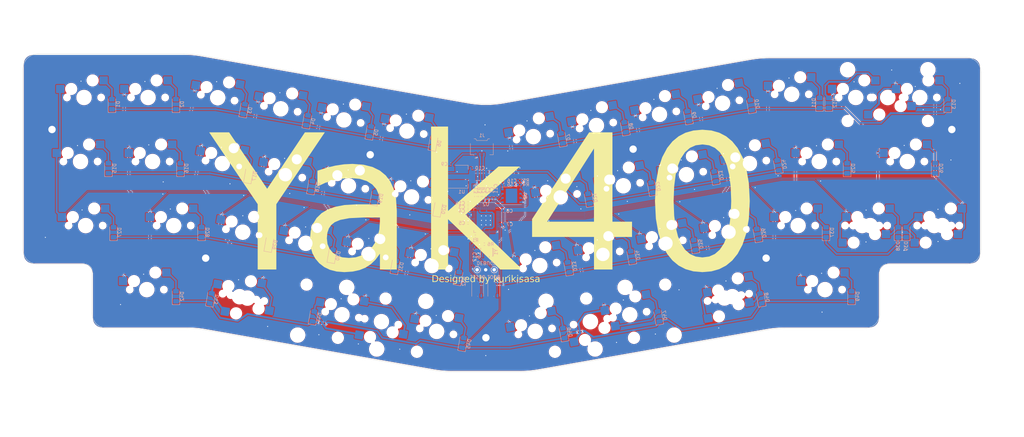
<source format=kicad_pcb>
(kicad_pcb (version 20221018) (generator pcbnew)
  (layers (0 "F.Cu" signal) (31 "B.Cu" signal) (34 "B.Paste" user) (35 "F.Paste" user) (36 "B.SilkS" user "B.Silkscreen") (37 "F.SilkS" user "F.Silkscreen") (38 "B.Mask" user) (39 "F.Mask" user) (44 "Edge.Cuts" user))
  (net 0 "")
  (net 1 "+3V3")
  (net 2 "GND")
  (net 3 "+1V1")
  (net 4 "Row1")
  (net 5 "Net-(D2-A)")
  (net 6 "Net-(D3-A)")
  (net 7 "Net-(D4-A)")
  (net 8 "Net-(D5-A)")
  (net 9 "Net-(D6-A)")
  (net 10 "Net-(D7-A)")
  (net 11 "Net-(D8-A)")
  (net 12 "Net-(D9-A)")
  (net 13 "Net-(D10-A)")
  (net 14 "Net-(D11-A)")
  (net 15 "Net-(D12-A)")
  (net 16 "Net-(D13-A)")
  (net 17 "Row2")
  (net 18 "Net-(D15-A)")
  (net 19 "Net-(D16-A)")
  (net 20 "Net-(D17-A)")
  (net 21 "Net-(D18-A)")
  (net 22 "Net-(D19-A)")
  (net 23 "Net-(D20-A)")
  (net 24 "Net-(D21-A)")
  (net 25 "Net-(D22-A)")
  (net 26 "Net-(D23-A)")
  (net 27 "Net-(D24-A)")
  (net 28 "Net-(D25-A)")
  (net 29 "Row3")
  (net 30 "Net-(D26-A)")
  (net 31 "Net-(D27-A)")
  (net 32 "Net-(D28-A)")
  (net 33 "Net-(D29-A)")
  (net 34 "Net-(D30-A)")
  (net 35 "Net-(D31-A)")
  (net 36 "Net-(D32-A)")
  (net 37 "Net-(D33-A)")
  (net 38 "Net-(D34-A)")
  (net 39 "Net-(D35-A)")
  (net 40 "Net-(D36-A)")
  (net 41 "Net-(D37-A)")
  (net 42 "Net-(D38-A)")
  (net 43 "Row4")
  (net 44 "Net-(D39-A)")
  (net 45 "Net-(D42-A)")
  (net 46 "Net-(D43-A)")
  (net 47 "Net-(D44-A)")
  (net 48 "Net-(D45-A)")
  (net 49 "+5V")
  (net 50 "DN")
  (net 51 "DP")
  (net 52 "Net-(J2-Pin_1)")
  (net 53 "Net-(J2-Pin_3)")
  (net 54 "~{RESET}")
  (net 55 "QSPI_SS")
  (net 56 "~{BOOT}")
  (net 57 "XOUT")
  (net 58 "Column1")
  (net 59 "Column4")
  (net 60 "Column5")
  (net 61 "Column6")
  (net 62 "Column7")
  (net 63 "Column8")
  (net 64 "Column9")
  (net 65 "Column10")
  (net 66 "Column11")
  (net 67 "Column12")
  (net 70 "Column13")
  (net 71 "XIN")
  (net 72 "Column2")
  (net 73 "Column3")
  (net 80 "QSPI_SD3")
  (net 81 "QSPI_SCLK")
  (net 82 "QSPI_SD0")
  (net 83 "QSPI_SD2")
  (net 84 "QSPI_SD1")
  (net 85 "Net-(D46-A)")
  (net 86 "Net-(D47-A)")
  (net 87 "Net-(U2-USB_DP)")
  (net 88 "Net-(U2-USB_DM)")
  (net 89 "Net-(D1-A)")
  (net 90 "Net-(D48-A)")
  (net 91 "Net-(D49-A)")
  (net 92 "Net-(R6-Pad2)")
  (footprint "MountingHole:MountingHole_2.2mm_M2_ISO7380_Pad" (layer "F.Cu") (at 54.373023 60.732382)
    (fp_text reference "H2" hide)
    (fp_text value "MountingHole")
  )
  (footprint "MX_Hotswap:MX-Hotswap-1U" (layer "F.Cu") (at 18.192496 12.941978)
    (fp_text reference "SW1")
    (fp_text value "SW_Push")
  )
  (footprint "MX_Hotswap:MX-Hotswap-1.5U" (layer "F.Cu") (at 238.600999 70.091974)
    (fp_text reference "SW49")
    (fp_text value "SW_Push")
  )
  (footprint "MX_Hotswap:MX-Hotswap-1U" (layer "F.Cu") (at 273.462505 51.041971)
    (fp_text reference "SW39")
    (fp_text value "SW_Push")
  )
  (footprint "MX_Hotswap:MX-Hotswap-1U" (layer "F.Cu") (at 266.794994 12.941969)
    (fp_text reference "SW13")
    (fp_text value "SW_Push")
  )
  (footprint "MX_Hotswap:MX-Hotswap-1U" (layer "F.Cu") (at 197.366881 35.899486 10)
    (fp_text reference "SW23")
    (fp_text value "SW_Push")
  )
  (footprint "MX_Hotswap:MX-Hotswap-1U" (layer "F.Cu") (at 172.534 59.622073 10)
    (fp_text reference "SW34")
    (fp_text value "SW_Push")
  )
  (footprint "MX_Hotswap:MX-Hotswap-1U" (layer "F.Cu") (at 249.650002 51.041979 180)
    (fp_text reference "SW40")
    (fp_text value "SW_Push")
  )
  (footprint "MX_Hotswap:MX-Hotswap-1.25U" (layer "F.Cu") (at 252.031251 51.041982)
    (fp_text reference "SW38")
    (fp_text value "SW_Push")
  )
  (footprint "MX_Hotswap:MX-Hotswap-2U" (layer "F.Cu") (at 94.930348 77.555667 -10)
    (fp_text reference "SW44")
    (fp_text value "SW_Push")
  )
  (footprint "MX_Hotswap:MX-Hotswap-1.25U" (layer "F.Cu") (at 17.144752 31.991977)
    (fp_text reference "SW15")
    (fp_text value "SW_Push")
  )
  (footprint "MX_Hotswap:MX-Hotswap-1U" (layer "F.Cu") (at 59.335029 32.591493 -10)
    (fp_text reference "SW17")
    (fp_text value "SW_Push")
  )
  (footprint "MountingHole:MountingHole_2.2mm_M2_ISO7380_Pad" (layer "F.Cu") (at 181.520891 28.310827)
    (fp_text reference "H5" hide)
    (fp_text value "MountingHole")
  )
  (footprint "MX_Hotswap:MX-Hotswap-1.5U" (layer "F.Cu") (at 36.861506 70.091978)
    (fp_text reference "SW42")
    (fp_text value "SW_Push")
  )
  (footprint "MX_Hotswap:MX-Hotswap-1U" (layer "F.Cu") (at 57.952881 13.003908 -10)
    (fp_text reference "SW3")
    (fp_text value "SW_Push")
  )
  (footprint "MX_Hotswap:MX-Hotswap-1U" (layer "F.Cu") (at 44.8625 51.041975)
    (fp_text reference "SW28")
    (fp_text value "SW_Push")
  )
  (footprint "MX_Hotswap:MX-Hotswap-1U" (layer "F.Cu") (at 153.773416 62.930074 10)
    (fp_text reference "SW33")
    (fp_text value "SW_Push")
  )
  (footprint "MX_Hotswap:MX-Hotswap-1U" (layer "F.Cu") (at 95.474058 19.619903 -10)
    (fp_text reference "SW5")
    (fp_text value "SW_Push")
  )
  (footprint "MX_Hotswap:MX-Hotswap-1U" (layer "F.Cu") (at 102.928501 59.622073 -10)
    (fp_text reference "SW31")
    (fp_text value "SW_Push")
  )
  (footprint "MountingHole:MountingHole_2.2mm_M2_ISO7380_Pad" (layer "F.Cu") (at 8.667496 22.466978)
    (fp_text reference "H1" hide)
    (fp_text value "MountingHole")
  )
  (footprint "MX_Hotswap:MX-Hotswap-1U" (layer "F.Cu") (at 189.368741 17.965906 10)
    (fp_text reference "SW9")
    (fp_text value "SW_Push")
  )
  (footprint "MX_Hotswap:MX-Hotswap-1U" (layer "F.Cu") (at 78.095615 35.899486 -10)
    (fp_text reference "SW18")
    (fp_text value "SW_Push")
  )
  (footprint "MountingHole:MountingHole_2.2mm_M2_ISO7380_Pad" (layer "F.Cu") (at 103.321904 29.964826)
    (fp_text reference "H3" hide)
    (fp_text value "MountingHole")
  )
  (footprint "MX_Hotswap:MX-Hotswap-1U" (layer "F.Cu") (at 151.847575 24.581901 10)
    (fp_text reference "SW7")
    (fp_text value "SW_Push")
  )
  (footprint "MX_Hotswap:MX-Hotswap-1U" (layer "F.Cu") (at 228.694996 11.989478)
    (fp_text reference "SW11")
    (fp_text value "SW_Push")
  )
  (footprint "MX_Hotswap:MX-Hotswap-1U" (layer "F.Cu") (at 236.886502 31.991976)
    (fp_text reference "SW25")
    (fp_text value "SW_Push")
  )
  (footprint "MX_Hotswap:MX-Hotswap-1U" (layer "F.Cu") (at 159.845712 42.515489 10)
    (fp_text reference "SW21")
    (fp_text value "SW_Push")
  )
  (footprint "MX_Hotswap:MX-Hotswap-1U" (layer "F.Cu") (at 216.127477 32.591494 10)
    (fp_text reference "SW24")
    (fp_text value "SW_Push")
  )
  (footprint "MX_Hotswap:MX-Hotswap-1U" (layer "F.Cu") (at 114.234645 22.927895 -10)
    (fp_text reference "SW6")
    (fp_text value "SW_Push")
  )
  (footprint "MX_Hotswap:MX-Hotswap-1U" (layer "F.Cu") (at 96.856204 39.207492 -10)
    (fp_text reference "SW19")
    (fp_text value "SW_Push")
  )
  (footprint "MX_Hotswap:MX-Hotswap-1U" (layer "F.Cu") (at 152.391273 82.517658 10)
    (fp_text reference "SW46")
    (fp_text value "SW_Push")
  )
  (footprint "MX_Hotswap:MX-Hotswap-1.25U" (layer "F.Cu") (at 271.081251 51.041976 180)
    (fp_text reference "SW41")
    (fp_text value "SW_Push")
  )
  (footprint "MX_Hotswap:MX-Hotswap-1U" (layer "F.Cu") (at 38.576001 31.991975)
    (fp_text reference "SW16")
    (fp_text value "SW_Push")
  )
  (footprint "MX_Hotswap:MX-Hotswap-1.25U" (layer "F.Cu") (at 211.018106 72.18017 10)
    (fp_text reference "SW48")
    (fp_text value "SW_Push")
  )
  (footprint "MX_Hotswap:MX-Hotswap-1U" (layer "F.Cu") (at 208.129332 14.6579 10)
    (fp_text reference "SW10")
    (fp_text value "SW_Push")
  )
  (footprint "MX_Hotswap:MX-Hotswap-1U" (layer "F.Cu") (at 210.055184 53.006078 10)
    (fp_text reference "SW36")
    (fp_text value "SW_Push")
  )
  (footprint "MX_Hotswap:MX-Hotswap-1U" (layer "F.Cu") (at 76.713467 16.311907 -10)
    (fp_text reference "SW4")
    (fp_text value "SW_Push")
  )
  (footprint "MX_Hotswap:MX-Hotswap-2.75U" (layer "F.Cu") (at 168.80678 79.623165 -170)
    (fp_text reference "SW52")
    (fp_text value "SW_Push")
  )
  (footprint "MX_Hotswap:MX-Hotswap-2U" (layer "F.Cu") (at 180.532148 77.555658 10)
    (fp_text reference "SW47")
    (fp_text value "SW_Push")
  )
  (footprint "MX_Hotswap:MX-Hotswap-1U" (layer "F.Cu") (at 170.60816 21.273905 10)
    (fp_text reference "SW8")
    (fp_text value "SW_Push")
  )
  (footprint "MX_Hotswap:MX-Hotswap-1.75U" (layer "F.Cu") (at 263.080253 31.991973)
    (fp_text reference "SW26")
    (fp_text value "SW_Push")
  )
  (footprint "MX_Hotswap:MX-Hotswap-1.5U" (layer "F.Cu") (at 66.789472 72.593667 170)
    (fp_text reference "SW50")
    (fp_text value "SW_Push")
  )
  (footprint "MX_Hotswap:MX-Hotswap-1.25U" (layer "F.Cu") (at 64.444401 72.180166 -10)
    (fp_text reference "SW43")
    (fp_text value "SW_Push")
  )
  (footprint "MX_Hotswap:MX-Hotswap-1U" (layer "F.Cu") (at 37.242505 12.941978)
    (fp_text reference "SW2")
    (fp_text value "SW_Push")
  )
  (footprint "MX_Hotswap:MX-Hotswap-1U" (layer "F.Cu") (at 247.745004 12.941969)
    (fp_text reference "SW12")
    (fp_text value "SW_Push")
  )
  (footprint "MX_Hotswap:MX-Hotswap-1U" (layer "F.Cu") (at 121.689089 62.930075 -10)
    (fp_text reference "SW32")
    (fp_text value "SW_Push")
  )
  (footprint "MountingHole:MountingHole_2.2mm_M2_ISO7380_Pad" (layer "F.Cu") (at 276.320007 22.466977)
    (fp_text reference "H7" hide)
    (fp_text value "MountingHole")
  )
  (footprint "MX_Hotswap:MX-Hotswap-1U" (layer "F.Cu") (at 178.606304 39.207485 10)
    (fp_text reference "SW22")
    (fp_text value "SW_Push")
  )
  (footprint "MX_Hotswap:MX-Hotswap-1.75U" (layer "F.Cu") (at 18.66875 51.041978)
    (fp_text reference "SW27")
    (fp_text value "SW_Push")
  )
  (footprint "MountingHole:MountingHole_2.2mm_M2_ISO7380_Pad" (layer "F.Cu") (at 221.089477 60.732372)
    (fp_text reference "H6" hide)
    (fp_text value "MountingHole")
  )
  (footprint "MountingHole:MountingHole_2.2mm_M2_ISO7380_Pad" (layer "F.Cu") (at 137.731258 84.39979)
    (fp_text reference "H4" hide)
    (fp_text value "MountingHole")
  )
  (footprint "MX_Hotswap:MX-Hotswap-1U" (layer "F.Cu") (at 65.407319 53.006085 -10)
    (fp_text reference "SW29")
    (fp_text value "SW_Push")
  )
  (footprint "MX_Hotswap:MX-Hotswap-2U" (layer "F.Cu") (at 257.270007 12.941977 180)
    (fp_text reference "SW14")
    (fp_text value "SW_Push")
  )
  (footprint "MX_Hotswap:MX-Hotswap-1U" (layer "F.Cu") (at 191.294595 56.314075 10)
    (fp_text reference "SW35")
    (fp_text value "SW_Push")
  )
  (footprint "MX_Hotswap:MX-Hotswap-1U" (layer "F.Cu") (at 123.071233 82.517656 -10)
    (fp_text reference "SW45")
    (fp_text value "SW_Push")
  )
  (footprint "MX_Hotswap:MX-Hotswap-2.75U" (layer "F.Cu") (at 106.655726 79.623163 170)
    (fp_text reference "SW51")
    (fp_text value "SW_Push")
  )
  (footprint "MX_Hotswap:MX-Hotswap-1.5U" (layer "F.Cu") (at 208.67303 72.59367 -170)
    (fp_text reference "SW53")
    (fp_text value "SW_Push")
  )
  (footprint "MX_Hotswap:MX-Hotswap-1U" (layer "F.Cu") (at 230.600001 51.041971)
    (fp_text reference "SW37")
    (fp_text value "SW_Push")
  )
  (footprint "MX_Hotswap:MX-Hotswap-1U" (layer "F.Cu") (at 115.616793 42.515487 -10)
    (fp_text reference "SW20")
    (fp_text value "SW_Push")
  )
  (footprint "MX_Hotswap:MX-Hotswap-1U" (layer "F.Cu") (at 84.167908 56.314083 -10)
    (fp_text reference "SW30")
    (fp_text value "SW_Push")
  )
  (footprint "Diode_SMD:D_1206_3216Metric_Pad1.42x1.75mm_HandSolder" (layer "B.Cu") (at 104.682812 42.618393 80)
    (fp_text reference "D19")
    (fp_text value "DIODE")
  )
  (footprint "Diode_SMD:D_1206_3216Metric_Pad1.42x1.75mm_HandSolder" (layer "B.Cu") (at 129.515698 66.340971 80)
    (fp_text reference "D32")
    (fp_text value "DIODE")
  )
  (footprint "Diode_SMD:D_1206_3216Metric_Pad1.42x1.75mm_HandSolder" (layer "B.Cu") (at 84.540078 19.722796 80)
    (fp_text reference "D4")
    (fp_text value "DIODE")
  )
  (footprint "Resistor_SMD:R_0402_1005Metric" (layer "B.Cu") (at 135.925003 42.401974 90)
    (fp_text reference "R3")
    (fp_text value "27")
  )
  (footprint "Diode_SMD:D_1206_3216Metric_Pad1.42x1.75mm_HandSolder" (layer "B.Cu") (at 199.815799 56.842414 100)
    (fp_text reference "D35")
    (fp_text value "DIODE")
  )
  (footprint "Diode_SMD:D_1206_3216Metric_Pad1.42x1.75mm_HandSolder" (layer "B.Cu") (at 271.380255 33.99198 90)
    (fp_text reference "D26")
    (fp_text value "DIODE")
  )
  (footprint "Button_Switch_SMD:SW_Push_1P1T_NO_Vertical_Wuerth_434133025816" (layer "B.Cu") (at 140.075001 69.89197 -90)
    (fp_text reference "SW54" hide)
    (fp_text value "SW_Push")
  )
  (footprint "Diode_SMD:D_1206_3216Metric_Pad1.42x1.75mm_HandSolder" (layer "B.Cu") (at 219.539303 72.708505 100)
    (fp_text reference "D48")
    (fp_text value "DIODE")
  )
  (footprint "Capacitor_SMD:C_0402_1005Metric" (layer "B.Cu") (at 132.419995 44.366974 180)
    (fp_text reference "C14")
    (fp_text value "2.2u")
  )
  (footprint "Diode_SMD:D_1206_3216Metric_Pad1.42x1.75mm_HandSolder" (layer "B.Cu") (at 26.968759 53.041974 90)
    (fp_text reference "D27")
    (fp_text value "DIODE")
  )
  (footprint "Diode_SMD:D_1206_3216Metric_Pad1.42x1.75mm_HandSolder" (layer "B.Cu") (at 181.05521 60.150412 100)
    (fp_text reference "D34")
    (fp_text value "DIODE")
  )
  (footprint "Diode_SMD:D_1206_3216Metric_Pad1.42x1.75mm_HandSolder" (layer "B.Cu") (at 187.127508 39.735821 100)
    (fp_text reference "D22")
    (fp_text value "DIODE")
  )
  (footprint "Diode_SMD:D_1206_3216Metric_Pad1.42x1.75mm_HandSolder" (layer "B.Cu") (at 245.186506 33.991985 90)
    (fp_text reference "D25")
    (fp_text value "DIODE")
  )
  (footprint "Diode_SMD:D_1206_3216Metric_Pad1.42x1.75mm_HandSolder" (layer "B.Cu") (at 122.061245 26.338795 80)
    (fp_text reference "D6")
    (fp_text value "DIODE")
  )
  (footprint "Button_Switch_SMD:SW_Push_1P1T_NO_Vertical_Wuerth_434133025816" (layer "B.Cu") (at 135.275008 69.89198 -90)
    (fp_text reference "SW55" hide)
    (fp_text value "SW_Push")
  )
  (footprint "Diode_SMD:D_1206_3216Metric_Pad1.42x1.75mm_HandSolder" (layer "B.Cu") (at 275.095001 14.941972 90)
    (fp_text reference "D13")
    (fp_text value "DIODE")
  )
  (footprint "Resistor_SMD:R_0402_1005Metric" (layer "B.Cu") (at 137.119889 42.405589 90)
    (fp_text reference "R2")
    (fp_text value "27")
  )
  (footprint "Connector_Molex:Molex_Pico-EZmate_78171-0004_1x04-1MP_P1.20mm_Vertical" (layer "B.Cu") (at 136.530009 27.866969)
    (fp_text reference "J1")
    (fp_text value "Conn_01x04")
  )
  (footprint "Capacitor_SMD:C_0402_1005Metric" (layer "B.Cu") (at 134.724995 42.401974 90)
    (fp_text reference "C13")
    (fp_text value "2.2u")
  )
  (footprint "Diode_SMD:D_1206_3216Metric_Pad1.42x1.75mm_HandSolder" (layer "B.Cu") (at 130.897857 85.928555 80)
    (fp_text reference "D45")
    (fp_text value "DIODE")
  )
  (footprint "Diode_SMD:D_1206_3216Metric_Pad1.42x1.75mm_HandSolder" (layer "B.Cu") (at 45.542501 14.941977 90)
    (fp_text reference "D2")
    (fp_text value "DIODE")
  )
  (footprint "Capacitor_SMD:C_0402_1005Metric" (layer "B.Cu") (at 140.675006 42.391978 90)
    (fp_text reference "C11")
    (fp_text value "100n")
  )
  (footprint "Capacitor_SMD:C_0402_1005Metric" (layer "B.Cu") (at 133.668946 33.898564)
    (fp_text reference "C10")
    (fp_text value "10u")
  )
  (footprint "Diode_SMD:D_1206_3216Metric_Pad1.42x1.75mm_HandSolder" (layer "B.Cu") (at 91.994522 59.724975 80)
    (fp_text reference "D30")
    (fp_text value "DIODE")
  )
  (footprint "Capacitor_SMD:C_0402_1005Metric" (layer "B.Cu") (at 135.525006 58.046976 -90)
    (fp_text reference "C6")
    (fp_text value "100n")
  )
  (footprint "Diode_SMD:D_1206_3216Metric_Pad1.42x1.75mm_HandSolder" (layer "B.Cu") (at 55.889167 72.702502 80)
    (fp_text reference "D43")
    (fp_text value "DIODE")
  )
  (footprint "Capacitor_SMD:C_0402_1005Metric" (layer "B.Cu") (at 139.500005 42.386979 90)
    (fp_text reference "C1")
    (fp_text value "100n")
  )
  (footprint "Diode_SMD:D_1206_3216Metric_Pad1.42x1.75mm_HandSolder" (layer "B.Cu") (at 26.492506 14.941977 90)
    (fp_text reference "D1")
    (fp_text value "DIODE")
  )
  (footprint "Diode_SMD:D_1206_3216Metric_Pad1.42x1.75mm_HandSolder" (layer "B.Cu") (at 218.576382 53.534416 100)
    (fp_text reference "D36")
    (fp_text value "DIODE")
  )
  (footprint "Diode_SMD:D_1206_3216Metric_Pad1.42x1.75mm_HandSolder" (layer "B.Cu") (at 67.161634 36.002385 80)
    (fp_text reference "D17")
    (fp_text value "DIODE")
  )
  (footprint "Diode_SMD:D_1206_3216Metric_Pad1.42x1.75mm_HandSolder" (layer "B.Cu") (at 110.755115 63.032979 80)
    (fp_text reference "D31")
    (fp_text value "DIODE")
  )
  (footprint "Resistor_SMD:R_0402_1005Metric" (layer "B.Cu") (at 137.269894 56.580588 180)
    (fp_text reference "R6")
    (fp_text value "1k")
  )
  (footprint "Diode_SMD:D_1206_3216Metric_Pad1.42x1.75mm_HandSolder" (layer "B.Cu") (at 160.368768 25.110234 100)
    (fp_text reference "D7")
    (fp_text value "DIODE")
  )
  (footprint "Crystal:Resonator_SMD_Murata_CSTxExxV-3Pin_3.0x1.1mm_HandSoldering" (layer "B.Cu") (at 137.970001 58.96198 180)
    (fp_text reference "Y1")
    (fp_text value "Crystal")
  )
  (footprint "Diode_SMD:D_1206_3216Metric_Pad1.42x1.75mm_HandSolder" (layer "B.Cu") (at 197.889942 18.494238 100)
    (fp_text reference "D9")
    (fp_text value "DIODE")
  )
  (footprint "Diode_SMD:D_1206_3216Metric_Pad1.42x1.75mm_HandSolder" (layer "B.Cu") (at 179.12936 21.802236 100)
    (fp_text reference "D8")
    (fp_text value "DIODE")
  )
  (footprint "Diode_SMD:D_1206_3216Metric_Pad1.42x1.75mm_HandSolder" (layer "B.Cu") (at 168.366914 43.043824 100)
    (fp_text reference "D21")
    (fp_text value "DIODE")
  )
  (footprint "Capacitor_SMD:C_0402_1005Metric" (layer "B.Cu") (at 143.153992 37.69928)
    (fp_text reference "C16")
    (fp_text value "2.2u")
  )
  (footprint "Capacitor_SMD:C_0402_1005Metric" (layer "B.Cu") (at 142.944886 50.680583)
    (fp_text reference "C7")
    (fp_text value "100n")
  )
  (footprint "Diode_SMD:D_1206_3216Metric_Pad1.42x1.75mm_HandSolder" (layer "B.Cu") (at 189.05336 78.084001 100)
    (fp_text reference "D47")
    (fp_text value "DIODE")
  )
  (footprint "Diode_SMD:D_1206_3216Metric_Pad1.42x1.75mm_HandSolder" (layer "B.Cu") (at 239.721567 14.560979 90)
    (fp_text reference "D12")
    (fp_text value "DIODE")
  )
  (footprint "Diode_SMD:D_1206_3216Metric_Pad1.42x1.75mm_HandSolder" (layer "B.Cu") (at 238.900005 53.041987 90)
    (fp_text reference "D37")
    (fp_text value "DIODE")
  )
  (footprint "Diode_SMD:D_1206_3216Metric_Pad1.42x1.75mm_HandSolder" (layer "B.Cu") (at 103.300662 23.030799 80)
    (fp_text reference "D5")
    (fp_text value "DIODE")
  )
  (footprint "Connector_PinHeader_2.54mm:PinHeader_1x03_P2.54mm_Vertical" (layer "B.Cu") (at 140.199997 64.181976 90)
    (fp_text reference "J2" hide)
    (fp_text value "Conn_01x03_Pin")
  )
  (footprint "Capacitor_SMD:C_0402_1005Metric" (layer "B.Cu") (at 142.944894 46.701973)
    (fp_text reference "C8")
    (fp_text value "100n")
  )
  (footprint "Capacitor_SMD:C_0402_1005Metric" (layer "B.Cu") (at 143.145008 38.866975)
    (fp_text reference "C15")
    (fp_text value "100n")
  )
  (footprint "Capacitor_SMD:C_0402_1005Metric" (layer "B.Cu") (at 132.420003 46.716969 180)
    (fp_text reference "C4")
    (fp_text value "100n")
  )
  (footprint "Diode_SMD:D_1206_3216Metric_Pad1.42x1.75mm_HandSolder" (layer "B.Cu") (at 216.650532 15.186241 100)
    (fp_text reference "D10")
    (fp_text value "DIODE")
  )
  (footprint "Resistor_SMD:R_0402_1005Metric" (layer "B.Cu") (at 147.785005 37.666976 180)
    (fp_text reference "R5")
    (fp_text value "1k")
  )
  (footprint "Package_DFN_QFN:QFN-56-1EP_7x7mm_P0.4mm_EP3.2x3.2mm" (layer "B.Cu") (at 137.731254 49.491979 180)
    (fp_text reference "U2")
    (fp_text value "RP2040")
  )
  (footprint "Capacitor_SMD:C_0402_1005Metric" (layer "B.Cu") (at 132.420002 45.541974 180)
    (fp_text reference "C3")
    (fp_text value "100n")
  )
  (footprint "Diode_SMD:D_1206_3216Metric_Pad1.42x1.75mm_HandSolder" (layer "B.Cu") (at 25.444759 33.991986 90)
    (fp_text reference "D15")
    (fp_text value "DIODE")
  )
  (footprint "Diode_SMD:D_1206_3216Metric_Pad1.42x1.75mm_HandSolder" (layer "B.Cu") (at 85.922221 39.31039 80)
    (fp_text reference "D18")
    (fp_text value "DIODE")
  )
  (footprint "Resistor_SMD:R_0402_1005Metric" (layer "B.Cu") (at 147.790003 38.866977)
    (fp_text reference "R4")
    (fp_text value "10k")
  )
  (footprint "Package_SON:WSON-8-1EP_6x5mm_P1.27mm_EP3.4x4.3mm" (layer "B.Cu") (at 145.350004 42.186987 180)
    (fp_text reference "U3")
    (fp_text value "W25Q128JVS")
  )
  (footprint "Diode_SMD:D_1206_3216Metric_Pad1.42x1.75mm_HandSolder" (layer "B.Cu") (at 224.648675 33.119835 100)
    (fp_text reference "D24")
    (fp_text value "DIODE")
  )
  (footprint "Diode_SMD:D_1206_3216Metric_Pad1.42x1.75mm_HandSolder" (layer "B.Cu") (at 162.294618 63.458406 100)
    (fp_text reference "D33")
    (fp_text value "DIODE")
  )
  (footprint "Resistor_SMD:R_0402_1005Metric" (layer "B.Cu") (at 134.584889 54.230581 180)
    (fp_text reference "R1")
    (fp_text value "1k")
  )
  (footprint "Diode_SMD:D_1206_3216Metric_Pad1.42x1.75mm_HandSolder" (layer "B.Cu") (at 53.162501 53.041976 90)
    (fp_text reference "D28")
    (fp_text value "DIODE")
  )
  (footprint "Diode_SMD:D_1206_3216Metric_Pad1.42x1.75mm_HandSolder" (layer "B.Cu") (at 262.743123 53.04317 90)
    (fp_text reference "D39")
    (fp_text value "DIODE")
  )
  (footprint "Diode_SMD:D_1206_3216Metric_Pad1.42x1.75mm_HandSolder" (layer "B.Cu") (at 45.542498 72.091975 90)
    (fp_text reference "D42")
    (fp_text value "DIODE")
  )
  (footprint "Capacitor_SMD:C_0402_1005Metric" (layer "B.Cu") (at 132.420006 50.291981 180)
    (fp_text reference "C5")
    (fp_text value "100n")
  )
  (footprint "Package_TO_SOT_SMD:SOT-223-3_TabPin2" (layer "B.Cu") (at 130.525003 36.491977)
    (fp_text reference "U1")
    (fp_text value "NCP1117-3.3_SOT223")
  )
  (footprint "Diode_SMD:D_1206_3216Metric_Pad1.42x1.75mm_HandSolder" (layer "B.Cu") (at 246.519999 72.091984 90)
    (fp_text reference "D49")
    (fp_text value "DIODE")
  )
  (footprint "Diode_SMD:D_1206_3216Metric_Pad1.42x1.75mm_HandSolder" (layer "B.Cu") (at 123.443404 45.926376 80)
    (fp_text reference "D20")
    (fp_text value "DIODE")
  )
  (footprint "Diode_SMD:D_1206_3216Metric_Pad1.42x1.75mm_HandSolder" (layer "B.Cu") (at 160.912469 83.045997 100)
    (fp_text reference "D46")
    (fp_text value "DIODE")
  )
  (footprint "Diode_SMD:D_1206_3216Metric_Pad1.42x1.75mm_HandSolder" (layer "B.Cu") (at 236.995 14.560969 90)
    (fp_text reference "D11")
    (fp_text value "DIODE")
  )
  (footprint "Diode_SMD:D_1206_3216Metric_Pad1.42x1.75mm_HandSolder" (layer "B.Cu") (at 86.409159 78.083999 80)
    (fp_text reference "D44")
    (fp_text value "DIODE")
  )
  (footprint "Capacitor_SMD:C_0402_1005Metric" (layer "B.Cu") (at 134.350002 58.046974 -90)
    (fp_text reference "C12")
    (fp_text value "100n")
  )
  (footprint "Diode_SMD:D_1206_3216Metric_Pad1.42x1.75mm_HandSolder" (layer "B.Cu") (at 260.331254 53.041978 90)
    (fp_text reference "D38")
    (fp_text value "DIODE")
  )
  (footprint "Diode_SMD:D_1206_3216Metric_Pad1.42x1.75mm_HandSolder" (layer "B.Cu") (at 205.888089 36.42783 100)
    (fp_text reference "D23")
    (fp_text value "DIODE")
  )
  (footprint "Diode_SMD:D_1206_3216Metric_Pad1.42x1.75mm_HandSolder" (layer "B.Cu") (at 73.233923 56.416974 80)
    (fp_text reference "D29")
    (fp_text value "DIODE")
  )
  (footprint "Diode_SMD:D_1206_3216Metric_Pad1.42x1.75mm_HandSolder" (layer "B.Cu") (at 46.876009 33.991981 90)
    (fp_text reference "D16")
    (fp_text value "DIODE")
  )
  (footprint "Diode_SMD:D_1206_3216Metric_Pad1.42x1.75mm_HandSolder" (layer "B.Cu") (at 65.779483 16.414811 80)
    (fp_text reference "D3")
    (fp_text value "DIODE")
  )
  (footprint "Capacitor_SMD:C_0402_1005Metric" (layer "B.Cu") (at 138.325006 42.391978 90)
    (fp_text reference "C2")
    (fp_text value "100n")
  )
  (footprint "Capacitor_SMD:C_0402_1005Metric" (layer "B.Cu") (at 127.295005 32.741975 180)
    (fp_text reference "C9")
    (fp_text value "10u")
  )
  (gr_arc (start 284.987507 58.066975) (mid 283.669497 61.248974) (end 280.487508 62.566975) (stroke (width 0.1)) (layer "Edge.Cuts"))
  (gr_line (start 142.940024 14.449751) (end 216.589236 1.463408) (stroke (width 0.1)) (layer "Edge.Cuts"))
  (gr_arc (start 18.574 62.566974) (mid 19.988212 63.152761) (end 20.574 64.566974) (stroke (width 0.1)) (layer "Edge.Cuts"))
  (gr_arc (start 0 4.5) (mid 1.318019 1.318019) (end 4.5 0) (stroke (width 0.1)) (layer "Edge.Cuts"))
  (gr_arc (start 127.404181 94.52144) (mid 124.789161 94.407312) (end 122.194044 94.065672) (stroke (width 0.1)) (layer "Edge.Cuts"))
  (gr_arc (start 4.5 62.566975) (mid 1.318019 61.248956) (end 0 58.066975) (stroke (width 0.1)) (layer "Edge.Cuts"))
  (gr_arc (start 221.281457 82.073659) (mid 223.87623 81.732053) (end 226.490903 81.617893) (stroke (width 0.1)) (layer "Edge.Cuts"))
  (gr_arc (start 47.949178 0) (mid 50.563893 0.114163) (end 53.158709 0.455782) (stroke (width 0.1)) (layer "Edge.Cuts"))
  (gr_arc (start 216.589236 1.463408) (mid 219.184009 1.121799) (end 221.798682 1.00764) (stroke (width 0.1)) (layer "Edge.Cuts"))
  (gr_line (start 122.194044 94.065672) (end 54.180416 82.073036) (stroke (width 0.1)) (layer "Edge.Cuts"))
  (gr_arc (start 25.074 81.617269) (mid 21.892019 80.29925) (end 20.574 77.117269) (stroke (width 0.1)) (layer "Edge.Cuts"))
  (gr_line (start 254.888503 64.566978) (end 254.888503 77.117893) (stroke (width 0.1)) (layer "Edge.Cuts"))
  (gr_line (start 250.388503 81.617893) (end 226.490903 81.617893) (stroke (width 0.1)) (layer "Edge.Cuts"))
  (gr_arc (start 142.940024 14.449751) (mid 137.730535 14.905518) (end 132.521048 14.449738) (stroke (width 0.1)) (layer "Edge.Cuts"))
  (gr_line (start 53.158709 0.455782) (end 132.521048 14.449738) (stroke (width 0.1)) (layer "Edge.Cuts"))
  (gr_arc (start 280.487507 1.00764) (mid 283.669488 2.325659) (end 284.987507 5.50764) (stroke (width 0.1)) (layer "Edge.Cuts"))
  (gr_line (start 280.487508 62.566975) (end 256.888503 62.566978) (stroke (width 0.1)) (layer "Edge.Cuts"))
  (gr_line (start 221.798682 1.00764) (end 280.487507 1.00764) (stroke (width 0.1)) (layer "Edge.Cuts"))
  (gr_line (start 4.5 0) (end 47.949178 0) (stroke (width 0.1)) (layer "Edge.Cuts"))
  (gr_arc (start 153.274079 94.065195) (mid 150.679652 94.406771) (end 148.065328 94.520963) (stroke (width 0.1)) (layer "Edge.Cuts"))
  (gr_line (start 20.574 77.117269) (end 20.574 64.566974) (stroke (width 0.1)) (layer "Edge.Cuts"))
  (gr_line (start 221.281457 82.073659) (end 153.274079 94.065195) (stroke (width 0.1)) (layer "Edge.Cuts"))
  (gr_line (start 48.97097 81.617268) (end 25.074 81.617269) (stroke (width 0.1)) (layer "Edge.Cuts"))
  (gr_arc (start 48.97097 81.617268) (mid 51.585643 81.731427) (end 54.180416 82.073036) (stroke (width 0.1)) (layer "Edge.Cuts"))
  (gr_line (start 284.987507 5.50764) (end 284.987507 58.066975) (stroke (width 0.1)) (layer "Edge.Cuts"))
  (gr_line (start 148.065328 94.520963) (end 127.404181 94.52144) (stroke (width 0.1)) (layer "Edge.Cuts"))
  (gr_line (start 0 58.066975) (end 0 4.5) (stroke (width 0.1)) (layer "Edge.Cuts"))
  (gr_arc (start 254.888503 77.117893) (mid 253.570484 80.299874) (end 250.388503 81.617893) (stroke (width 0.1)) (layer "Edge.Cuts"))
  (gr_line (start 18.574 62.566974) (end 4.5 62.566975) (stroke (width 0.1)) (layer "Edge.Cuts"))
  (gr_arc (start 254.888503 64.566978) (mid 255.474289 63.152764) (end 256.888503 62.566978) (stroke (width 0.1)) (layer "Edge.Cuts"))
  (gr_text "Designed by kurikisasa" (at 137.731256 68.179276) (layer "F.SilkS") (effects (font (size 2 2)) (justify bottom)))
  (gr_text "Yak40" (at 137.731256 70.909282) (layer "F.SilkS") (effects (font (size 40 40)) (justify bottom)))
  (segment (start 136.453531 43.682438) (end 138.133536 43.682436) (width 0.8) (layer "F.Cu") (net 1))
  (segment (start 145.873527 38.122442) (end 145.873534 38.122444) (width 0.8) (layer "F.Cu") (net 1))
  (segment (start 132.436966 44.538994) (end 132.436963 49.814472) (width 0.8) (layer "F.Cu") (net 1))
  (segment (start 136.453531 43.682438) (end 137.413528 43.682436) (width 0.8) (layer "F.Cu") (net 1))
  (segment (start 142.919908 46.030569) (end 142.919909 51.358913) (width 0.8) (layer "F.Cu") (net 1))
  (segment (start 141.943527 38.12244) (end 145.873527 38.122442) (width 0.8) (layer "F.Cu") (net 1))
  (segment (start 132.436965 53.295873) (end 133.373534 54.232439) (width 0.8) (layer "F.Cu") (net 1))
  (segment (start 133.293536 43.682434) (end 132.436966 44.538994) (width 0.8) (layer "F.Cu") (net 1))
  (segment (start 135.805567 56.664469) (end 135.815568 56.664475) (width 0.8) (layer "F.Cu") (net 1))
  (segment (start 136.453531 43.682438) (end 133.293536 43.682434) (width 0.8) (layer "F.Cu") (net 1))
  (segment (start 140.571764 43.682433) (end 142.919908 46.030569) (width 0.8) (layer "F.Cu") (net 1))
  (segment (start 138.133536 43.682436) (end 138.623529 43.682438) (width 0.8) (layer "F.Cu") (net 1))
  (segment (start 138.623529 43.682438) (end 138.654031 43.712944) (width 0.8) (layer "F.Cu") (net 1))
  (segment (start 145.873534 38.122444) (end 146.613526 38.862438) (width 0.8) (layer "F.Cu") (net 1))
  (segment (start 137.413528 43.682436) (end 137.464044 43.732939) (width 0.8) (layer "F.Cu") (net 1))
  (segment (start 132.436963 49.814472) (end 132.436965 53.295873) (width 0.8) (layer "F.Cu") (net 1))
  (segment (start 135.083537 38.122436) (end 141.943527 38.12244) (width 0.8) (layer "F.Cu") (net 1))
  (segment (start 142.919909 51.358913) (end 142.901933 51.376906) (width 0.8) (layer "F.Cu") (net 1))
  (segment (start 138.133536 43.682436) (end 140.571764 43.682433) (width 0.8) (layer "F.Cu") (net 1))
  (segment (start 132.893531 53.752439) (end 135.805567 56.664469) (width 0.8) (layer "F.Cu") (net 1))
  (via (at 135.815568 56.664475) (size 0.5) (drill 0.3) (layers "F.Cu" "B.Cu") (net 1))
  (via (at 146.613526 38.862438) (size 0.5) (drill 0.3) (layers "F.Cu" "B.Cu") (net 1))
  (via (at 137.464044 43.732939) (size 0.6) (drill 0.3) (layers "F.Cu" "B.Cu") (net 1))
  (via (at 141.943527 38.12244) (size 0.6) (drill 0.3) (layers "F.Cu" "B.Cu") (net 1))
  (via (at 142.901933 51.376906) (size 0.6) (drill 0.3) (layers "F.Cu" "B.Cu") (net 1))
  (via (at 138.654031 43.712944) (size 0.6) (drill 0.3) (layers "F.Cu" "B.Cu") (net 1))
  (via (at 133.373534 54.232439) (size 0.6) (drill 0.3) (layers "F.Cu" "B.Cu") (net 1))
  (via (at 135.083537 38.122436) (size 0.5) (drill 0.3) (layers "F.Cu" "B.Cu") (net 1))
  (via (at 133.073533 43.832439) (size 0.5) (drill 0.3) (layers "F.Cu" "B.Cu") (net 1))
  (via (at 132.436963 49.614473) (size 0.6) (drill 0.3) (layers "F.Cu" "B.Cu") (net 1))
  (via (at 142.919908 46.030569) (size 0.6) (drill 0.3) (layers "F.Cu" "B.Cu") (net 1))
  (segment (start 142.464894 46.70198) (end 142.464894 46.495587) (width 0.5) (layer "B.Cu") (net 1))
  (segment (start 133.073533 37.510513) (end 133.07353 42.98244) (width 0.8) (layer "B.Cu") (net 1))
  (segment (start 135.815568 56.664475) (end 135.525019 56.95503) (width 0.2) (layer "B.Cu") (net 1))
  (segment (start 141.168758 50.491979) (end 142.453501 50.491982) (width 0.2) (layer "B.Cu") (net 1))
  (segment (start 132.900005 50.087504) (end 132.426967 49.614473) (width 0.5) (layer "B.Cu") (net 1))
  (segment (start 132.899998 45.541978) (end 134.618749 45.541974) (width 0.2) (layer "B.Cu") (net 1))
  (segment (start 134.24168 44.366967) (end 134.203991 44.366975) (width 0.2) (layer "B.Cu") (net 1))
  (segment (start 134.073045 54.232449) (end 134.074899 54.230589) (width 0.5) (layer "B.Cu") (net 1))
  (segment (start 138.654031 43.712944) (end 139.500001 42.866982) (width 0.2) (layer "B.Cu") (net 1))
  (segment (start 133.191933 33.916894) (end 133.191928 36.008909) (width 0.5) (layer "B.Cu") (net 1))
  (segment (start 127.375005 36.491987) (end 133.675 36.491981) (width 1.5) (layer "B.Cu") (net 1))
  (segment (start 135.083537 38.122436) (end 133.453528 38.12244) (width 0.8) (layer "B.Cu") (net 1))
  (segment (start 135.53125 46.054477) (end 135.531254 45.656542) (width 0.2) (layer "B.Cu") (net 1))
  (segment (start 135.525019 56.95503) (end 135.525004 57.566981) (width 0.2) (layer "B.Cu") (net 1))
  (segment (start 134.29375 46.89198) (end 133.075004 46.891974) (width 0.2) (layer "B.Cu") (net 1))
  (segment (start 142.673991 37.699281) (end 142.36669 37.699277) (width 0.5) (layer "B.Cu") (net 1))
  (segment (start 137.464043 43.732937) (end 137.464044 43.732939) (width 0.2) (layer "B.Cu") (net 1))
  (segment (start 142.901933 51.376906) (end 142.464895 50.939858) (width 0.5) (layer "B.Cu") (net 1))
  (segment (start 142.36669 37.699277) (end 141.943527 38.12244) (width 0.5) (layer "B.Cu") (net 1))
  (segment (start 132.899995 44.366971) (end 132.899998 46.716981) (width 0.5) (layer "B.Cu") (net 1))
  (segment (start 142.464895 50.939858) (end 142.4649 50.680581) (width 0.5) (layer "B.Cu") (net 1))
  (segment (start 133.07353 42.98244) (end 133.073533 43.832439) (width 0.8) (layer "B.Cu") (net 1))
  (segment (start 141.16876 46.891982) (end 142.454889 46.891974) (width 0.2) (layer "B.Cu") (net 1))
  (segment (start 132.999999 50.491973) (end 134.293749 50.491966) (width 0.2) (layer "B.Cu") (net 1))
  (segment (start 137.531252 44.835717) (end 137.531256 45.116979) (width 0.2) (layer "B.Cu") (net 1))
  (segment (start 139.500001 42.866982) (end 139.500005 42.86698) (width 0.2) (layer "B.Cu") (net 1))
  (segment (start 138.32501 42.871975) (end 137.464043 43.732937) (width 0.2) (layer "B.Cu") (net 1))
  (segment (start 147.28001 38.866975) (end 146.618066 38.86698) (width 0.5) (layer "B.Cu") (net 1))
  (segment (start 133.373534 54.232439) (end 134.073045 54.232449) (width 0.5) (layer "B.Cu") (net 1))
  (segment (start 132.899995 44.366971) (end 134.203991 44.366975) (width 0.2) (layer "B.Cu") (net 1))
  (segment (start 137.531253 46.054483) (end 137.531256 45.116979) (width 0.2) (layer "B.Cu") (net 1))
  (segment (start 132.900004 44.075965) (end 133.143537 43.832435) (width 0.5) (layer "B.Cu") (net 1))
  (segment (start 134.293749 50.491966) (end 134.293749 50.491972) (width 0.2) (layer "B.Cu") (net 1))
  (segment (start 137.131248 44.065725) (end 137.464044 43.732939) (width 0.2) (layer "B.Cu") (net 1))
  (segment (start 141.943533 38.145505) (end 142.665008 38.866979) (width 0.5) (layer "B.Cu") (net 1))
  (segment (start 135.531254 45.656542) (end 134.24168 44.366967) (width 0.2) (layer "B.Cu") (net 1))
  (segment (start 133.075004 46.891974) (end 132.899998 46.716981) (width 0.2) (layer "B.Cu") (net 1))
  (segment (start 141.943527 38.12244) (end 141.943533 38.145505) (width 0.5) (layer "B.Cu") (net 1))
  (segment (start 137.131255 46.054482) (end 137.131248 44.065725) (width 0.2) (layer "B.Cu") (net 1))
  (segment (start 133.191928 36.008909) (end 133.674994 36.491973) (width 0.5) (layer "B.Cu") (net 1))
  (segment (start 134.618749 45.541974) (end 135.131255 46.05448) (width 0.2) (layer "B.Cu") (net 1))
  (segment (start 137.531255 54.948788) (end 135.815568 56.664475) (width 0.2) (layer "B.Cu") (net 1))
  (segment (start 142.464894 46.495587) (end 142.919915 46.040571) (width 0.5) (layer "B.Cu") (net 1))
  (segment (start 138.654031 43.712944) (end 137.531252 44.835717) (width 0.2) (layer "B.Cu") (net 1))
  (segment (start 137.531258 52.929474) (end 137.531255 54.948788) (width 0.2) (layer "B.Cu") (net 1))
  (segment (start 142.650001 40.281974) (end 142.649996 38.88197) (width 0.5) (layer "B.Cu") (net 1))
  (via (at 272.203523 46.205156) (size 0.6) (drill 0.3) (layers "F.Cu" "B.Cu") (net 2))
  (via (at 83.64953 45.675226) (size 0.6) (drill 0.3) (layers "F.Cu" "B.Cu") (net 2))
  (via (at 64.163523 67.155161) (size 0.6) (drill 0.3) (layers "F.Cu" "B.Cu") (net 2))
  (via (at 137.473526 21.07516) (size 0.6) (drill 0.3) (layers "F.Cu" "B.Cu") (net 2))
  (via (at 17.293524 8.095161) (size 0.6) (drill 0.3) (layers "F.Cu" "B.Cu") (net 2))
  (via (at 133.353991 47.859278) (size 0.6) (drill 0.3) (layers "F.Cu" "B.Cu") (net 2))
  (via (at 217.829527 39.755228) (size 0.6) (drill 0.3) (layers "F.Cu" "B.Cu") (net 2))
  (via (at 176.583524 85.795155) (size 0.6) (drill 0.3) (layers "F.Cu" "B.Cu") (net 2))
  (via (at 227.883524 7.155162) (size 0.6) (drill 0.3) (layers "F.Cu" "B.Cu") (net 2))
  (via (at 135.113995 30.769281) (size 0.6) (drill 0.3) (layers "F.Cu" "B.Cu") (net 2))
  (via (at 119.709529 53.555228) (size 0.6) (drill 0.3) (layers "F.Cu" "B.Cu") (net 2))
  (via (at 79.379531 41.495224) (size 0.6) (drill 0.3) (layers "F.Cu" "B.Cu") (net 2))
  (via (at 41.629532 41.675225) (size 0.6) (drill 0.3) (layers "F.Cu" "B.Cu") (net 2))
  (via (at 37.443525 27.02516) (size 0.6) (drill 0.3) (layers "F.Cu" "B.Cu") (net 2))
  (via (at 84.103522 51.445154) (size 0.6) (drill 0.3) (layers "F.Cu" "B.Cu") (net 2))
  (via (at 137.731252 48.156128) (size 0.5) (drill 0.3) (layers "F.Cu" "B.Cu") (net 2))
  (via (at 147.833524 33.89516) (size 0.6) (drill 0.3) (layers "F.Cu" "B.Cu") (net 2))
  (via (at 165.979528 46.085228) (size 0.6) (drill 0.3) (layers "F.Cu" "B.Cu") (net 2))
  (via (at 99.793523 86.245155) (size 0.6) (drill 0.3) (layers "F.Cu" "B.Cu") (net 2))
  (via (at 135.323989 44.589276) (size 0.6) (drill 0.3) (layers "F.Cu" "B.Cu") (net 2))
  (via (at 272.229528 55.785229) (size 0.6) (drill 0.3) (layers "F.Cu" "B.Cu") (net 2))
  (via (at 94.683522 72.805157) (size 0.6) (drill 0.3) (layers "F.Cu" "B.Cu") (net 2))
  (via (at 261.59953 53.025224) (size 0.6) (drill 0.3) (layers "F.Cu" "B.Cu") (net 2))
  (via (at 134.683988 39.239276) (size 0.6) (drill 0.3) (layers "F.Cu" "B.Cu") (net 2))
  (via (at 99.259529 44.995222) (size 0.6) (drill 0.3) (layers "F.Cu" "B.Cu") (net 2))
  (via (at 139.063531 48.156137) (size 0.5) (drill 0.3) (layers "F.Cu" "B.Cu") (net 2))
  (via (at 41.749531 38.045224) (size 0.6) (drill 0.3) (layers "F.Cu" "B.Cu") (net 2))
  (via (at 144.98399 39.079281) (size 0.6) (drill 0.3) (layers "F.Cu" "B.Cu") (net 2))
  (via (at 59.073523 27.765163) (size 0.6) (drill 0.3) (layers "F.Cu" "B.Cu") (net 2))
  (via (at 170.853525 55.295159) (size 0.6) (drill 0.3) (layers "F.Cu" "B.Cu") (net 2))
  (via (at 178.623526 73.175158) (size 0.6) (drill 0.3) (layers "F.Cu" "B.Cu") (net 2))
  (via (at 164.773524 39.465162) (size 0.6) (drill 0.3) (layers "F.Cu" "B.Cu") (net 2))
  (via (at 77.843527 31.045155) (size 0.6) (drill 0.3) (layers "F.Cu" "B.Cu") (net 2))
  (via (at 17.613523 46.385158) (size 0.6) (drill 0.3) (layers "F.Cu" "B.Cu") (net 2))
  (via (at 57.633524 8.235155) (size 0.6) (drill 0.3) (layers "F.Cu" "B.Cu") (net 2))
  (via (at 114.083522 17.895153) (size 0.6) (drill 0.3) (layers "F.Cu" "B.Cu") (net 2))
  (via (at 131.853997 39.219277) (size 0.6) (drill 0.3) (layers "F.Cu" "B.Cu") (net 2))
  (via (at 137.873992 36.499283) (size 0.6) (drill 0.3) (layers "F.Cu" "B.Cu") (net 2))
  (via (at 179.799529 43.835223) (size 0.6) (drill 0.3) (layers "F.Cu" "B.Cu") (net 2))
  (via (at 258.429528 4.765222) (size 0.6) (drill 0.3) (layers "F.Cu" "B.Cu") (net 2))
  (via (at 133.733993 63.929281) (size 0.6) (drill 0.3) (layers "F.Cu" "B.Cu") (net 2))
  (via (at 145.133993 50.049281) (size 0.6) (drill 0.3) (layers "F.Cu" "B.Cu") (net 2))
  (via (at 88.043521 83.505155) (size 0.6) (drill 0.3) (layers "F.Cu" "B.Cu") (net 2))
  (via (at 148.800003 44.091984) (size 0.5) (drill 0.3) (layers "F.Cu" "B.Cu") (net 2))
  (via (at 121.383521 57.945162) (size 0.6) (drill 0.3) (layers "F.Cu" "B.Cu") (net 2))
  (via (at 237.723526 76.78516) (size 0.6) (drill 0.3) (layers "F.Cu" "B.Cu") (net 2))
  (via (at 102.893528 54.875159) (size 0.6) (drill 0.3) (layers "F.Cu" "B.Cu") (net 2))
  (via (at 209.133524 67.515156) (size 0.6) (drill 0.3) (layers "F.Cu" "B.Cu") (net 2))
  (via (at 72.803523 81.045154) (size 0.6) (drill 0.3) (layers "F.Cu" "B.Cu") (net 2))
  (via (at 189.473523 51.925161) (size 0.6) (drill 0.3) (layers "F.Cu" "B.Cu") (net 2))
  (via (at 143.463987 52.409284) (size 0.6) (drill 0.3) (layers "F.Cu" "B.Cu") (net 2))
  (via (at 208.443524 48.665161) (size 0.6) (drill 0.3) (layers "F.Cu" "B.Cu") (net 2))
  (via (at 272.92953 16.535229) (size 0.6) (drill 0.3) (layers "F.Cu" "B.Cu") (net 2))
  (via (at 144.163994 46.369278) (size 0.6) (drill 0.3) (layers "F.Cu" "B.Cu") (net 2))
  (via (at 144.223522 28.84516) (size 0.6) (drill 0.3) (layers "F.Cu" "B.Cu") (net 2))
  (via (at 195.823525 31.535155) (size 0.6) (drill 0.3) (layers "F.Cu" "B.Cu") (net 2))
  (via (at 131.313991 49.569278) (size 0.6) (drill 0.3) (layers "F.Cu" "B.Cu") (net 2))
  (via (at 135.543995 59.279282) (size 0.6) (drill 0.3) (layers "F.Cu" "B.Cu") (net 2))
  (via (at 136.40121 49.491972) (size 0.5) (drill 0.3) (layers "F.Cu" "B.Cu") (net 2))
  (via (at 43.863526 46.115157) (size 0.6) (drill 0.3) (layers "F.Cu" "B.Cu") (net 2))
  (via (at 152.283524 58.43516) (size 0.6) (drill 0.3) (layers "F.Cu" "B.Cu") (net 2))
  (via (at 195.183522 70.145161) (size 0.6) (drill 0.3) (layers "F.Cu" "B.Cu") (net 2))
  (via (at 214.863525 28.135157) (size 0.6) (drill 0.3) (layers "F.Cu" "B.Cu") (net 2))
  (via (at 76.433526 11.515162) (size 0.6) (drill 0.3) (layers "F.Cu" "B.Cu") (net 2))
  (via (at 267.819528 16.555222) (size 0.6) (drill 0.3) (layers "F.Cu" "B.Cu") (net 2))
  (via (at 250.833524 46.43516) (size 0.6) (drill 0.3) (layers "F.Cu" "B.Cu") (net 2))
  (via (at 16.243524 27.245159) (size 0.6) (drill 0.3) (layers "F.Cu" "B.Cu") (net 2))
  (via (at 137.731254 49.491979) (size 0.5) (drill 0.3) (layers "F.Cu" "B.Cu") (net 2))
  (via (at 36.293523 8.185155) (size 0.6) (drill 0.3) (layers "F.Cu" "B.Cu") (net 2))
  (via (at 126.393989 40.889279) (size 0.6) (drill 0.3) (layers "F.Cu" "B.Cu") (net 2))
  (via (at 123.083989 29.219277) (size 0.6) (drill 0.3) (layers "F.Cu" "B.Cu") (net 2))
  (via (at 141.163987 52.899276) (size 0.6) (drill 0.3) (layers "F.Cu" "B.Cu") (net 2))
  (via (at 177.239527 47.615228) (size 0.6) (drill 0.3) (layers "F.Cu" "B.Cu") (net 2))
  (via (at 206.983526 81.505159) (size 0.6) (drill 0.3) (layers "F.Cu" "B.Cu") (net 2))
  (via (at 139.061208 50.826132) (size 0.5) (drill 0.3) (layers "F.Cu" "B.Cu") (net 2))
  (via (at 122.963525 77.77516) (size 0.6) (drill 0.3) (layers "F.Cu" "B.Cu") (net 2))
  (via (at 144.35953 66.125223) (size 0.6) (drill 0.3) (layers "F.Cu" "B.Cu") (net 2))
  (via (at 6.68953 54.545223) (size 0.6) (drill 0.3) (layers "F.Cu" "B.Cu") (net 2))
  (via (at 206.513527 10.215161) (size 0.6) (drill 0.3) (layers "F.Cu" "B.Cu") (net 2))
  (via (at 115.383522 37.715162) (size 0.6) (drill 0.3) (layers "F.Cu" "B.Cu") (net 2))
  (via (at 168.943523 16.785155) (size 0.6) (drill 0.3) (layers "F.Cu" "B.Cu") (net 2))
  (via (at 247.243526 8.265161) (size 0.6) (drill 0.3) (layers "F.Cu" "B.Cu") (net 2))
  (via (at 134.443991 61.269276) (size 0.6) (drill 0.3) (layers "F.Cu" "B.Cu") (net 2))
  (via (at 136.401214 48.156132) (size 0.5) (drill 0.3) (layers "F.Cu" "B.Cu") (net 2))
  (via (at 137.731254 50.826135) (size 0.5) (drill 0.3) (layers "F.Cu" "B.Cu") (net 2))
  (via (at 187.693525 13.495158) (size 0.6) (drill 0.3) (layers "F.Cu" "B.Cu") (net 2))
  (via (at 144.469526 70.035228) (size 0.6) (drill 0.3) (layers "F.Cu" "B.Cu") (net 2))
  (via (at 199.779529 40.285226) (size 0.6) (drill 0.3) (layers "F.Cu" "B.Cu") (net 2))
  (via (at 61.599531 38.615222) (size 0.6) (drill 0.3) (layers "F.Cu" "B.Cu") (net 2))
  (via (at 136.533993 28.799282) (size 0.6) (drill 0.3) (layers "F.Cu" "B.Cu") (net 2))
  (via (at 188.143524 83.315162) (size 0.6) (drill 0.3) (layers "F.Cu" "B.Cu") (net 2))
  (via (at 262.163525 27.205156) (size 0.6) (drill 0.3) (layers "F.Cu" "B.Cu") (net 2))
  (via (at 137.943993 34.009281) (size 0.6) (drill 0.3) (layers "F.Cu" "B.Cu") (net 2))
  (via (at 136.401215 50.826138) (size 0.5) (drill 0.3) (layers "F.Cu" "B.Cu") (net 2))
  (via (at 115.089528 47.855225) (size 0.6) (drill 0.3) (layers "F.Cu" "B.Cu") (net 2))
  (via (at 250.78953 55.915228) (size 0.6) (drill 0.3) (layers "F.Cu" "B.Cu") (net 2))
  (via (at 139.061215 49.491975) (size 0.5) (drill 0.3) (layers "F.Cu" "B.Cu") (net 2))
  (via (at 278.703526 8.74516) (size 0.6) (drill 0.3) (layers "F.Cu" "B.Cu") (net 2))
  (via (at 224.629529 36.215223) (size 0.6) (drill 0.3) (layers "F.Cu" "B.Cu") (net 2))
  (via (at 112.103522 87.815153) (size 0.6) (drill 0.3) (layers "F.Cu" "B.Cu") (net 2))
  (via (at 236.063526 27.29516) (size 0.6) (drill 0.3) (layers "F.Cu" "B.Cu") (net 2))
  (via (at 95.343523 14.91516) (size 0.6) (drill 0.3) (layers "F.Cu" "B.Cu") (net 2))
  (via (at 132.423986 55.039278) (size 0.6) (drill 0.3) (layers "F.Cu" "B.Cu") (net 2))
  (via (at 229.873526 46.555156) (size 0.6) (drill 0.3) (layers "F.Cu" "B.Cu") (net 2))
  (via (at 237.289529 37.795228) (size 0.6) (drill 0.3) (layers "F.Cu" "B.Cu") (net 2))
  (via (at 102.009531 49.325223) (size 0.6) (drill 0.3) (layers "F.Cu" "B.Cu") (net 2))
  (via (at 176.903522 34.70516) (size 0.6) (drill 0.3) (layers "F.Cu" "B.Cu") (net 2))
  (via (at 65.67953 42.085225) (size 0.6) (drill 0.3) (layers "F.Cu" "B.Cu") (net 2))
  (via (at 156.103522 37.715157) (size 0.6) (drill 0.3) (layers "F.Cu" "B.Cu") (net 2))
  (via (at 195.409528 43.945222) (size 0.6) (drill 0.3) (layers "F.Cu" "B.Cu") (net 2))
  (via (at 141.51399 41.869277) (size 0.6) (drill 0.3) (layers "F.Cu" "B.Cu") (net 2))
  (via (at 135.263992 36.469279) (size 0.6) (drill 0.3) (layers "F.Cu" "B.Cu") (net 2))
  (via (at 129.183991 35.019277) (size 0.6) (drill 0.3) (layers "F.Cu" "B.Cu") (net 2))
  (via (at 137.689618 89.713398) (size 0.6) (drill 0.3) (layers "F.Cu" "B.Cu") (net 2))
  (via (at 65.413526 48.11516) (size 0.6) (drill 0.3) (layers "F.Cu" "B.Cu") (net 2))
  (via (at 237.58352 65.235154) (size 0.6) (drill 0.3) (layers "F.Cu" "B.Cu") (net 2))
  (via (at 265.443527 9.675157) (size 0.6) (drill 0.3) (layers "F.Cu" "B.Cu") (net 2))
  (via (at 262.069529 58.415229) (size 0.6) (drill 0.3) (layers "F.Cu" "B.Cu") (net 2))
  (via (at 29.049528 74.535222) (size 0.6) (drill 0.3) (layers "F.Cu" "B.Cu") (net 2))
  (via (at 150.683525 77.915161) (size 0.6) (drill 0.3) (layers "F.Cu" "B.Cu") (net 2))
  (via (at 137.903987 39.20928) (size 0.6) (drill 0.3) (layers "F.Cu" "B.Cu") (net 2))
  (via (at 129.623991 46.469281) (size 0.6) (drill 0.3) (layers "F.Cu" "B.Cu") (net 2))
  (via (at 276.049528 31.525229) (size 0.6) (drill 0.3) (layers "F.Cu" "B.Cu") (net 2))
  (via (at 149.963524 19.895162) (size 0.6) (drill 0.3) (layers "F.Cu" "B.Cu") (net 2))
  (via (at 156.429527 49.695229) (size 0.6) (drill 0.3) (layers "F.Cu" "B.Cu") (net 2))
  (via (at 96.773521 34.485159) (size 0.6) (drill 0.3) (layers "F.Cu" "B.Cu") (net 2))
  (via (at 35.913523 65.515156) (size 0.6) (drill 0.3) (layers "F.Cu" "B.Cu") (net 2))
  (segment (start 148.800003 44.091984) (end 148.050005 44.091978) (width 0.5) (layer "B.Cu") (net 2))
  (segment (start 137.254386 52.164977) (end 137.566922 51.85244) (width 0.5) (layer "B.Cu") (net 3))
  (segment (start 137.931208 47.134214) (end 137.931211 46.818976) (width 0.5) (layer "B.Cu") (net 3))
  (segment (start 137.931258 46.054483) (end 137.931252 46.818938) (width 0.2) (layer "B.Cu") (net 3))
  (segment (start 136.209295 47.134219) (end 135.931248 46.856164) (width 0.5) (layer "B.Cu") (net 3))
  (segment (start 140.053537 47.61244) (end 139.575313 47.134206) (width 0.5) (layer "B.Cu") (net 3))
  (segment (start 134.350007 57.166973) (end 137.131261 54.385726) (width 0.2) (layer "B.Cu") (net 3))
  (segment (start 137.931244 46.054475) (end 137.931258 45.313002) (width 0.2) (layer "B.Cu") (net 3))
  (segment (start 140.377277 42.866976) (end 137.931258 45.313002) (width 0.2) (layer "B.Cu") (net 3))
  (segment (start 137.566922 51.85244) (end 139.533528 51.852439) (width 0.5) (layer "B.Cu") (net 3))
  (segment (start 139.575313 47.134206) (end 138.66121 47.134213) (width 0.5) (layer "B.Cu") (net 3))
  (segment (start 139.533528 51.852439) (end 140.053529 51.33244) (width 0.5) (layer "B.Cu") (net 3))
  (segment (start 135.931251 46.054478) (end 135.931254 46.818977) (width 0.2) (layer "B.Cu") (net 3))
  (segment (start 137.131261 54.385726) (end 137.131246 52.929482) (width 0.2) (layer "B.Cu") (net 3))
  (segment (start 135.931251 44.088227) (end 134.725005 42.881975) (width 0.2) (layer "B.Cu") (net 3))
  (segment (start 140.053529 51.33244) (end 140.053537 47.61244) (width 0.5) (layer "B.Cu") (net 3))
  (segment (start 137.254386 52.164977) (end 137.131257 52.288104) (width 0.2) (layer "B.Cu") (net 3))
  (segment (start 137.131257 52.288104) (end 137.131246 52.929482) (width 0.2) (layer "B.Cu") (net 3))
  (segment (start 137.931252 46.818938) (end 137.931211 46.818976) (width 0.2) (layer "B.Cu") (net 3))
  (segment (start 135.931249 46.054478) (end 135.931251 44.088227) (width 0.2) (layer "B.Cu") (net 3))
  (segment (start 135.931248 46.856164) (end 135.931254 46.818977) (width 0.5) (layer "B.Cu") (net 3))
  (segment (start 134.350013 57.566974) (end 134.350007 57.166973) (width 0.2) (layer "B.Cu") (net 3))
  (segment (start 138.66121 47.134213) (end 137.931208 47.134214) (width 0.5) (layer "B.Cu") (net 3))
  (segment (start 137.931208 47.134214) (end 136.209295 47.134219) (width 0.5) (layer "B.Cu") (net 3))
  (segment (start 138.66121 47.134213) (end 138.36962 47.134211) (width 0.5) (layer "B.Cu") (net 3))
  (segment (start 140.674997 42.866976) (end 140.377277 42.866976) (width 0.2) (layer "B.Cu") (net 3))
  (segment (start 121.802951 27.803698) (end 57.30697 16.431311) (width 0.6) (layer "B.Cu") (net 4))
  (segment (start 275.095002 16.429479) (end 273.912497 17.611977) (width 0.6) (layer "B.Cu") (net 4))
  (segment (start 255.273026 20.491235) (end 248.942475 20.491235) (width 0.6) (layer "B.Cu") (net 4))
  (segment (start 273.912497 17.611977) (end 258.152279 17.611972) (width 0.6) (layer "B.Cu") (net 4))
  (segment (start 125.511501 36.44679) (end 121.802943 32.738233) (width 0.2) (layer "B.Cu") (net 4))
  (segment (start 121.802943 32.738233) (end 121.802942 27.803701) (width 0.2) (layer "B.Cu") (net 4))
  (segment (start 134.293747 48.891981) (end 133.088562 48.891977) (width 0.2) (layer "B.Cu") (net 4))
  (segment (start 236.994995 16.248477) (end 217.511505 16.248483) (width 0.6) (layer "B.Cu") (net 4))
  (segment (start 121.805087 27.805845) (end 125.511497 27.805842) (width 0.6) (layer "B.Cu") (net 4))
  (segment (start 244.499704 16.048475) (end 239.721564 16.04848) (width 0.6) (layer "B.Cu") (net 4))
  (segment (start 57.305133 16.429482) (end 57.30697 16.431311) (width 0.6) (layer "B.Cu") (net 4))
  (segment (start 216.908834 16.651138) (end 153.637645 27.807559) (width 0.6) (layer "B.Cu") (net 4))
  (segment (start 258.152279 17.611972) (end 255.273026 20.491235) (width 0.6) (layer "B.Cu") (net 4))
  (segment (start 153.635942 27.805843) (end 153.637645 27.807559) (width 0.6) (layer "B.Cu") (net 4))
  (segment (start 125.511497 27.805842) (end 153.635942 27.805843) (width 0.6) (layer "B.Cu") (net 4))
  (segment (start 125.511502 41.314922) (end 125.511501 36.44679) (width 0.2) (layer "B.Cu") (net 4))
  (segment (start 26.492502 16.429477) (end 57.305133 16.429482) (width 0.6) (layer "B.Cu") (net 4))
  (segment (start 121.802953 27.803696) (end 121.805087 27.805845) (width 0.6) (layer "B.Cu") (net 4))
  (segment (start 248.942475 20.491235) (end 244.499704 16.048475) (width 0.6) (layer "B.Cu") (net 4))
  (segment (start 239.721564 16.04848) (end 236.995 16.048487) (width 0.6) (layer "B.Cu") (net 4))
  (segment (start 133.088562 48.891977) (end 125.511502 41.314922) (width 0.2) (layer "B.Cu") (net 4))
  (segment (start 45.542502 13.454473) (end 45.542508 10.319979) (width 0.6) (layer "B.Cu") (net 5))
  (segment (start 45.542508 10.319979) (end 43.084493 7.861982) (width 0.6) (layer "B.Cu") (net 5))
  (segment (start 66.037788 14.949896) (end 66.582092 11.863022) (width 0.6) (layer "B.Cu") (net 6))
  (segment (start 66.582092 11.863022) (end 64.588258 9.015539) (width 0.6) (layer "B.Cu") (net 6))
  (segment (start 84.798372 18.257899) (end 85.342678 15.171017) (width 0.6) (layer "B.Cu") (net 7))
  (segment (start 85.342678 15.171017) (end 83.348848 12.323537) (width 0.6) (layer "B.Cu") (net 7))
  (segment (start 103.558973 21.565896) (end 104.103269 18.479022) (width 0.6) (layer "B.Cu") (net 8))
  (segment (start 104.103269 18.479022) (end 102.109438 15.631535) (width 0.6) (layer "B.Cu") (net 8))
  (segment (start 122.319554 24.87389) (end 122.86385 21.787019) (width 0.6) (layer "B.Cu") (net 9))
  (segment (start 122.86385 21.787019) (end 120.870025 18.939536) (width 0.6) (layer "B.Cu") (net 9))
  (segment (start 159.56617 20.558455) (end 156.718686 18.564623) (width 0.6) (layer "B.Cu") (net 10))
  (segment (start 160.110464 23.645336) (end 159.56617 20.558455) (width 0.6) (layer "B.Cu") (net 10))
  (segment (start 178.326751 17.250445) (end 175.479279 15.256624) (width 0.6) (layer "B.Cu") (net 11))
  (segment (start 178.871057 20.33733) (end 178.326751 17.250445) (width 0.6) (layer "B.Cu") (net 11))
  (segment (start 197.087344 13.942462) (end 194.239856 11.948637) (width 0.6) (layer "B.Cu") (net 12))
  (segment (start 197.631639 17.029339) (end 197.087344 13.942462) (width 0.6) (layer "B.Cu") (net 12))
  (segment (start 215.847934 10.634466) (end 213.000445 8.640632) (width 0.6) (layer "B.Cu") (net 13))
  (segment (start 216.392229 13.721332) (end 215.847934 10.634466) (width 0.6) (layer "B.Cu") (net 13))
  (segment (start 236.994998 13.073472) (end 236.995 9.938979) (width 0.6) (layer "B.Cu") (net 14))
  (segment (start 236.995 9.938979) (end 234.536998 7.480976) (width 0.6) (layer "B.Cu") (net 14))
  (segment (start 239.778291 8.27198) (end 238.681572 9.368706) (width 0.6) (layer "B.Cu") (net 15))
  (segment (start 253.587004 7.861969) (end 251.457 5.73198) (width 0.6) (layer "B.Cu") (net 15))
  (segment (start 238.681559 12.033476) (end 239.721563 13.073469) (width 0.6) (layer "B.Cu") (net 15))
  (segment (start 245.470816 8.271973) (end 239.778291 8.27198) (width 0.6) (layer "B.Cu") (net 15))
  (segment (start 248.010825 5.731973) (end 245.470816 8.271973) (width 0.6) (layer "B.Cu") (net 15))
  (segment (start 251.457 5.73198) (end 248.010825 5.731973) (width 0.6) (layer "B.Cu") (net 15))
  (segment (start 238.681572 9.368706) (end 238.681559 12.033476) (width 0.6) (layer "B.Cu") (net 15))
  (segment (start 264.4389 15.565875) (end 272.983598 15.565872) (width 0.6) (layer "B.Cu") (net 16))
  (segment (start 275.095005 13.454471) (end 275.094999 10.31998) (width 0.6) (layer "B.Cu") (net 16))
  (segment (start 272.983598 15.565872) (end 275.095005 13.454471) (width 0.6) (layer "B.Cu") (net 16))
  (segment (start 264.355001 15.481979) (end 264.388904 15.515875) (width 0.5) (layer "B.Cu") (net 16))
  (segment (start 264.408909 15.535877) (end 264.355001 15.481979) (width 0.54) (layer "B.Cu") (net 16))
  (segment (start 264.413897 15.540871) (end 264.355001 15.481979) (width 0.55) (layer "B.Cu") (net 16))
  (segment (start 275.094999 10.31998) (end 272.637 7.861977) (width 0.6) (layer "B.Cu") (net 16))
  (segment (start 264.355001 15.481979) (end 264.4389 15.565875) (width 0.6) (layer "B.Cu") (net 16))
  (segment (start 134.534217 35.049283) (end 138.723989 35.049276) (width 0.6) (layer "F.Cu") (net 17))
  (segment (start 130.507653 47.394918) (end 130.507644 39.075842) (width 0.6) (layer "F.Cu") (net 17))
  (segment (start 130.507644 39.075842) (end 134.534217 35.049283) (width 0.6) (layer "F.Cu") (net 17))
  (via (at 138.723989 35.049276) (size 0.6) (drill 0.3) (layers "F.Cu" "B.Cu") (net 17))
  (via (at 130.507653 47.394918) (size 0.6) (drill 0.3) (layers "F.Cu" "B.Cu") (net 17))
  (segment (start 132.934717 49.291971) (end 131.037664 47.394923) (width 0.2) (layer "B.Cu") (net 17))
  (segment (start 131.009053 47.394918) (end 130.507653 47.394918) (width 0.2) (layer "B.Cu") (net 17))
  (segment (start 158.597124 37.556148) (end 165.549695 44.508724) (width 0.6) (layer "B.Cu") (net 17))
  (segment (start 224.906972 34.584736) (end 225.25752 34.935275) (width 0.6) (layer "B.Cu") (net 17))
  (segment (start 45.246969 35.479477) (end 55.61469 35.479481) (width 0.6) (layer "B.Cu") (net 17))
  (segment (start 55.61469 35.479481) (end 55.616966 35.477198) (width 0.6) (layer "B.Cu") (net 17))
  (segment (start 123.188741 47.394926) (end 130.507653 47.394918) (width 0.6) (layer "B.Cu") (net 17))
  (segment (start 25.44475 35.479483) (end 45.246969 35.479477) (width 0.6) (layer "B.Cu") (net 17))
  (segment (start 225.801709 35.47947) (end 225.257526 34.935277) (width 0.6) (layer "B.Cu") (net 17))
  (segment (start 156.090252 35.049286) (end 138.723989 35.049276) (width 0.6) (layer "B.Cu") (net 17))
  (segment (start 225.257526 34.935277) (end 224.90698 34.584727) (width 0.6) (layer "B.Cu") (net 17))
  (segment (start 123.185094 47.391286) (end 123.188741 47.394926) (width 0.6) (layer "B.Cu") (net 17))
  (segment (start 245.1865 35.479479) (end 225.801709 35.47947) (width 0.6) (layer "B.Cu") (net 17))
  (segment (start 224.906972 34.584736) (end 168.625223 44.508727) (width 0.6) (layer "B.Cu") (net 17))
  (segment (start 131.037664 47.394923) (end 131.009053 47.394918) (width 0.2) (layer "B.Cu") (net 17))
  (segment (start 245.1865 35.479479) (end 271.380259 35.47948) (width 0.6) (layer "B.Cu") (net 17))
  (segment (start 45.246969 35.479477) (end 46.876 35.479473) (width 0.6) (layer "B.Cu") (net 17))
  (segment (start 158.597124 37.556148) (end 156.090252 35.049286) (width 0.6) (layer "B.Cu") (net 17))
  (segment (start 46.876 35.479473) (end 46.876008 35.479481) (width 0.6) (layer "B.Cu") (net 17))
  (segment (start 165.549695 44.508724) (end 168.625217 44.508724) (width 0.6) (layer "B.Cu") (net 17))
  (segment (start 134.293751 49.291987) (end 132.934717 49.291971) (width 0.2) (layer "B.Cu") (net 17))
  (segment (start 123.185098 47.39128) (end 55.616966 35.477198) (width 0.6) (layer "B.Cu") (net 17))
  (segment (start 225.25752 34.935275) (end 225.257526 34.935277) (width 0.6) (layer "B.Cu") (net 17))
  (segment (start 25.444753 32.504475) (end 25.444758 29.369981) (width 0.6) (layer "B.Cu") (net 18))
  (segment (start 25.444758 29.369981) (end 22.986751 26.91198) (width 0.6) (layer "B.Cu") (net 18))
  (segment (start 46.876002 29.369983) (end 44.418001 26.911975) (width 0.6) (layer "B.Cu") (net 19))
  (segment (start 46.875996 32.504482) (end 46.876002 29.369983) (width 0.6) (layer "B.Cu") (net 19))
  (segment (start 67.964238 31.450604) (end 65.970401 28.603122) (width 0.6) (layer "B.Cu") (net 20))
  (segment (start 67.419935 34.537489) (end 67.964238 31.450604) (width 0.6) (layer "B.Cu") (net 20))
  (segment (start 86.208745 37.685449) (end 86.724825 34.758603) (width 0.54) (layer "B.Cu") (net 21))
  (segment (start 86.724825 34.758603) (end 84.731002 31.911126) (width 0.54) (layer "B.Cu") (net 21))
  (segment (start 104.94111 41.153488) (end 105.485423 38.066606) (width 0.6) (layer "B.Cu") (net 22))
  (segment (start 105.485423 38.066606) (end 103.491583 35.21912) (width 0.6) (layer "B.Cu") (net 22))
  (segment (start 124.246003 41.374601) (end 122.252177 38.527122) (width 0.6) (layer "B.Cu") (net 23))
  (segment (start 123.701698 44.461479) (end 124.246003 41.374601) (width 0.6) (layer "B.Cu") (net 23))
  (segment (start 167.564321 38.492051) (end 164.71683 36.49822) (width 0.6) (layer "B.Cu") (net 24))
  (segment (start 168.108613 41.578917) (end 167.564321 38.492051) (width 0.6) (layer "B.Cu") (net 24))
  (segment (start 186.8692 38.270924) (end 186.324899 35.184049) (width 0.6) (layer "B.Cu") (net 25))
  (segment (start 186.324899 35.184049) (end 183.477415 33.190223) (width 0.6) (layer "B.Cu") (net 25))
  (segment (start 205.085485 31.876047) (end 202.237995 29.882217) (width 0.6) (layer "B.Cu") (net 26))
  (segment (start 205.629784 34.962931) (end 205.085485 31.876047) (width 0.6) (layer "B.Cu") (net 26))
  (segment (start 224.390379 31.654939) (end 223.846072 28.568048) (width 0.6) (layer "B.Cu") (net 27))
  (segment (start 223.846072 28.568048) (end 220.998584 26.574222) (width 0.6) (layer "B.Cu") (net 27))
  (segment (start 245.186503 29.369967) (end 242.728509 26.91198) (width 0.6) (layer "B.Cu") (net 28))
  (segment (start 245.186506 32.504471) (end 245.186503 29.369967) (width 0.6) (layer "B.Cu") (net 28))
  (segment (start 131.161803 68.395224) (end 130.571501 67.804922) (width 0.6) (layer "F.Cu") (net 29))
  (segment (start 142.899526 68.395228) (end 131.161803 68.395224) (width 0.6) (layer "F.Cu") (net 29))
  (via (at 142.899526 68.395228) (size 0.6) (drill 0.3) (layers "F.Cu" "B.Cu") (net 29))
  (via (at 130.571501 67.804922) (size 0.6) (drill 0.3) (layers "F.Cu" "B.Cu") (net 29))
  (segment (start 218.834685 54.999316) (end 146.679168 67.722279) (width 0.6) (layer "B.Cu") (net 29))
  (segment (start 26.968758 54.529479) (end 53.1625 54.529474) (width 0.6) (layer "B.Cu") (net 29))
  (segment (start 53.320706 54.581198) (end 53.162494 54.691974) (width 0.54) (layer "B.Cu") (net 29))
  (segment (start 129.257394 67.805875) (end 130.570554 67.805875) (width 0.6) (layer "B.Cu") (net 29))
  (segment (start 257.263987 59.469285) (end 260.331256 56.40202) (width 0.6) (layer "B.Cu") (net 29))
  (segment (start 142.894757 68.390453) (end 142.899526 68.395228) (width 0.6) (layer "B.Cu") (net 29))
  (segment (start 146.679168 67.722279) (end 142.889747 68.390453) (width 0.6) (layer "B.Cu") (net 29))
  (segment (start 260.332447 54.530664) (end 260.331254 54.529471) (width 0.6) (layer "B.Cu") (net 29))
  (segment (start 142.889747 68.390453) (end 142.894757 68.390453) (width 0.6) (layer "B.Cu") (net 29))
  (segment (start 142.211217 67.706912) (end 142.899526 68.395228) (width 0.2) (layer "B.Cu") (net 29))
  (segment (start 219.304527 54.529475) (end 218.834687 54.999325) (width 0.6) (layer "B.Cu") (net 29))
  (segment (start 53.323578 54.416693) (end 53.1625 54.529474) (width 0.6) (layer "B.Cu") (net 29))
  (segment (start 238.900002 54.52948) (end 238.900002 56.325295) (width 0.6) (layer "B.Cu") (net 29))
  (segment (start 238.900002 56.325295) (end 242.043995 59.469284) (width 0.6) (layer "B.Cu") (net 29))
  (segment (start 53.1625 54.529474) (end 53.162504 54.529476) (width 0.6) (layer "B.Cu") (net 29))
  (segment (start 242.043995 59.469284) (end 257.263987 59.469285) (width 0.6) (layer "B.Cu") (net 29))
  (segment (start 141.660431 50.891976) (end 142.211216 51.442753) (width 0.2) (layer "B.Cu") (net 29))
  (segment (start 141.168755 50.891971) (end 141.660431 50.891976) (width 0.2) (layer "B.Cu") (net 29))
  (segment (start 130.570554 67.805875) (end 130.571501 67.804922) (width 0.6) (layer "B.Cu") (net 29))
  (segment (start 262.743121 54.530661) (end 260.332447 54.530664) (width 0.6) (layer "B.Cu") (net 29))
  (segment (start 238.899995 54.529472) (end 219.304527 54.529475) (width 0.6) (layer "B.Cu") (net 29))
  (segment (start 129.257401 67.805872) (end 53.323578 54.416693) (width 0.6) (layer "B.Cu") (net 29))
  (segment (start 260.331254 54.529471) (end 260.331256 56.40202) (width 0.6) (layer "B.Cu") (net 29))
  (segment (start 142.211216 51.442753) (end 142.211217 67.706912) (width 0.2) (layer "B.Cu") (net 29))
  (segment (start 271.380254 32.504475) (end 271.380259 29.369978) (width 0.6) (layer "B.Cu") (net 30))
  (segment (start 271.380259 29.369978) (end 268.922251 26.911979) (width 0.6) (layer "B.Cu") (net 30))
  (segment (start 26.968747 51.554476) (end 26.968752 48.419978) (width 0.6) (layer "B.Cu") (net 31))
  (segment (start 26.968752 48.419978) (end 24.510756 45.961976) (width 0.6) (layer "B.Cu") (net 31))
  (segment (start 53.162505 51.55448) (end 53.162497 48.419973) (width 0.6) (layer "B.Cu") (net 32))
  (segment (start 53.162497 48.419973) (end 50.704499 45.961981) (width 0.6) (layer "B.Cu") (net 32))
  (segment (start 74.036535 51.865201) (end 72.042713 49.017709) (width 0.6) (layer "B.Cu") (net 33))
  (segment (start 73.49224 54.952075) (end 74.036535 51.865201) (width 0.6) (layer "B.Cu") (net 33))
  (segment (start 92.797112 55.173189) (end 90.803292 52.32571) (width 0.6) (layer "B.Cu") (net 34))
  (segment (start 92.252821 58.260083) (end 92.797112 55.173189) (width 0.6) (layer "B.Cu") (net 34))
  (segment (start 111.557711 58.481193) (end 109.56387 55.633707) (width 0.6) (layer "B.Cu") (net 35))
  (segment (start 111.013409 61.568078) (end 111.557711 58.481193) (width 0.6) (layer "B.Cu") (net 35))
  (segment (start 130.318297 61.789187) (end 128.324468 58.9417) (width 0.6) (layer "B.Cu") (net 36))
  (segment (start 129.774001 64.876073) (end 130.318297 61.789187) (width 0.6) (layer "B.Cu") (net 36))
  (segment (start 161.492021 58.906616) (end 158.644536 56.912801) (width 0.6) (layer "B.Cu") (net 37))
  (segment (start 162.036317 61.993514) (end 161.492021 58.906616) (width 0.6) (layer "B.Cu") (net 37))
  (segment (start 180.252606 55.598635) (end 177.405121 53.604808) (width 0.6) (layer "B.Cu") (net 38))
  (segment (start 180.796907 58.685502) (end 180.252606 55.598635) (width 0.6) (layer "B.Cu") (net 38))
  (segment (start 199.557484 55.377517) (end 199.013193 52.290642) (width 0.6) (layer "B.Cu") (net 39))
  (segment (start 199.013193 52.290642) (end 196.165703 50.296807) (width 0.6) (layer "B.Cu") (net 39))
  (segment (start 217.773782 48.982635) (end 214.926294 46.98881) (width 0.6) (layer "B.Cu") (net 40))
  (segment (start 218.318083 52.069514) (end 217.773782 48.982635) (width 0.6) (layer "B.Cu") (net 40))
  (segment (start 238.900005 51.554479) (end 236.442002 49.096475) (width 0.6) (layer "B.Cu") (net 41))
  (segment (start 236.442002 49.096475) (end 236.442004 45.961973) (width 0.6) (layer "B.Cu") (net 41))
  (segment (start 260.331247 51.554474) (end 260.33125 48.419976) (width 0.6) (layer "B.Cu") (net 42))
  (segment (start 256.735004 53.581976) (end 258.303748 53.581981) (width 0.6) (layer "B.Cu") (net 42))
  (segment (start 260.33125 48.419976) (end 257.873254 45.96198) (width 0.6) (layer "B.Cu") (net 42))
  (segment (start 258.303748 53.581981) (end 260.331247 51.554474) (width 0.6) (layer "B.Cu") (net 42))
  (segment (start 87.977773 79.87155) (end 90.173899 80.258786) (width 0.6) (layer "F.Cu") (net 43))
  (segment (start 166.464005 82.538183) (end 164.898164 82.814288) (width 0.6) (layer "F.Cu") (net 43))
  (via (at 90.173899 80.258786) (size 0.6) (drill 0.3) (layers "F.Cu" "B.Cu") (net 43))
  (via (at 87.977773 79.87155) (size 0.6) (drill 0.3) (layers "F.Cu" "B.Cu") (net 43))
  (via (at 166.464005 82.538183) (size 0.6) (drill 0.3) (layers "F.Cu" "B.Cu") (net 43))
  (via (at 164.898164 82.814288) (size 0.6) (drill 0.3) (layers "F.Cu" "B.Cu") (net 43))
  (segment (start 189.311656 79.548903) (end 188.352459 80.918768) (width 0.6) (layer "B.Cu") (net 43))
  (segment (start 130.639548 87.393462) (end 141.881209 76.151798) (width 0.2) (layer "B.Cu") (net 43))
  (segment (start 191.856363 79.100207) (end 189.311656 79.548903) (width 0.6) (layer "B.Cu") (net 43))
  (segment (start 246.520001 73.579472) (end 220.391536 73.579468) (width 0.6) (layer "B.Cu") (net 43))
  (segment (start 196.168716 82.119742) (end 191.856363 79.100207) (width 0.6) (layer "B.Cu") (net 43))
  (segment (start 86.150856 79.548902) (end 87.97737 79.870963) (width 0.6) (layer "B.Cu") (net 43))
  (segment (start 141.881209 76.151798) (end 141.881206 75.75928) (width 0.2) (layer "B.Cu") (net 43))
  (segment (start 141.881211 51.575205) (end 141.881206 75.75928) (width 0.2) (layer "B.Cu") (net 43))
  (segment (start 162.001062 83.325122) (end 161.170766 84.510904) (width 0.6) (layer "B.Cu") (net 43))
  (segment (start 169.7103 84.205895) (end 167.154649 82.416404) (width 0.6) (layer "B.Cu") (net 43))
  (segment (start 141.168755 51.291985) (end 141.597993 51.291978) (width 0.2) (layer "B.Cu") (net 43))
  (segment (start 66.847408 77.345924) (end 63.904937 79.406275) (width 0.6) (layer "B.Cu") (net 43))
  (segment (start 144.817646 87.394397) (end 141.881206 87.394395) (width 0.6) (layer "B.Cu") (net 43))
  (segment (start 141.168742 51.291983) (end 141.59799 51.291987) (width 0.2) (layer "B.Cu") (net 43))
  (segment (start 130.640491 87.394394) (end 130.639548 87.393462) (width 0.6) (layer "B.Cu") (net 43))
  (segment (start 86.150842 79.548897) (end 84.780982 80.508096) (width 0.6) (layer "B.Cu") (net 43))
  (segment (start 55.042955 73.579475) (end 55.630871 74.167405) (width 0.6) (layer "B.Cu") (net 43))
  (segment (start 167.154649 82.416404) (end 166.464005 82.538183) (width 0.6) (layer "B.Cu") (net 43))
  (segment (start 90.797148 79.822374) (end 90.173899 80.258786) (width 0.6) (layer "B.Cu") (net 43))
  (segment (start 216.778061 78.485758) (end 196.168716 82.119742) (width 0.6) (layer "B.Cu") (net 43))
  (segment (start 63.904937 79.406275) (end 58.650416 78.479758) (width 0.6) (layer "B.Cu") (net 43))
  (segment (start 87.97737 79.870963) (end 87.977773 79.87155) (width 0.6) (layer "B.Cu") (net 43))
  (segment (start 105.463903 82.408516) (end 90.797148 79.822374) (width 0.6) (layer "B.Cu") (net 43))
  (segment (start 164.898164 82.814288) (end 162.001062 83.325122) (width 0.6) (layer "B.Cu") (net 43))
  (segment (start 141.881206 87.394395) (end 130.640491 87.394394) (width 0.6) (layer "B.Cu") (net 43))
  (segment (start 84.780982 80.508096) (end 66.847408 77.345924) (width 0.6) (layer "B.Cu") (net 43))
  (segment (start 161.170766 84.510904) (end 144.817646 87.394397) (width 0.6) (layer "B.Cu") (net 43))
  (segment (start 219.797607 74.173409) (end 216.778061 78.485758) (width 0.6) (layer "B.Cu") (net 43))
  (segment (start 141.597993 51.291978) (end 141.881211 51.575205) (width 0.2) (layer "B.Cu") (net 43))
  (segment (start 106.859094 84.401063) (end 105.463903 82.408516) (width 0.6) (layer "B.Cu") (net 43))
  (segment (start 118.251191 85.209056) (end 116.881312 86.168253) (width 0.6) (layer "B.Cu") (net 43))
  (segment (start 188.352459 80.918768) (end 169.7103 84.205895) (width 0.6) (layer "B.Cu") (net 43))
  (segment (start 58.650416 78.479758) (end 55.630862 74.167405) (width 0.6) (layer "B.Cu") (net 43))
  (segment (start 130.639552 87.393454) (end 118.251191 85.209056) (width 0.6) (layer "B.Cu") (net 43))
  (segment (start 220.391536 73.579468) (end 219.79761 74.173407) (width 0.6) (layer "B.Cu") (net 43))
  (segment (start 45.542503 73.579478) (end 55.042955 73.579475) (width 0.6) (layer "B.Cu") (net 43))
  (segment (start 116.881312 86.168253) (end 106.859094 84.401063) (width 0.6) (layer "B.Cu") (net 43))
  (segment (start 265.796808 48.501974) (end 262.743123 51.555665) (width 0.6) (layer "B.Cu") (net 44))
  (segment (start 266.377501 48.501979) (end 265.796808 48.501974) (width 0.6) (layer "B.Cu") (net 44))
  (segment (start 265.239251 56.121977) (end 265.239255 54.051801) (width 0.6) (layer "B.Cu") (net 44))
  (segment (start 265.239255 54.051801) (end 262.743123 51.555665) (width 0.6) (layer "B.Cu") (net 44))
  (segment (start 45.542503 70.604472) (end 45.542505 67.469977) (width 0.6) (layer "B.Cu") (net 45))
  (segment (start 45.542505 67.469977) (end 43.084496 65.011982) (width 0.6) (layer "B.Cu") (net 45))
  (segment (start 60.154092 76.582038) (end 59.852446 76.528854) (width 0.6) (layer "B.Cu") (net 46))
  (segment (start 59.852446 76.528854) (end 56.147484 71.237596) (width 0.6) (layer "B.Cu") (net 46))
  (segment (start 56.147484 71.237596) (end 56.460546 69.462051) (width 0.6) (layer "B.Cu") (net 46))
  (segment (start 56.460546 69.462051) (end 57.908101 68.448458) (width 0.6) (layer "B.Cu") (net 46))
  (segment (start 86.667456 76.619095) (end 90.170453 81.621898) (width 0.6) (layer "B.Cu") (net 47))
  (segment (start 99.818363 83.323083) (end 100.020337 83.61154) (width 0.6) (layer "B.Cu") (net 47))
  (segment (start 86.986532 74.809514) (end 88.394063 73.823956) (width 0.6) (layer "B.Cu") (net 47))
  (segment (start 86.667456 76.619095) (end 86.986532 74.809514) (width 0.6) (layer "B.Cu") (net 47))
  (segment (start 90.170453 81.621898) (end 99.818363 83.323083) (width 0.6) (layer "B.Cu") (net 47))
  (segment (start 131.700445 81.376776) (end 129.706613 78.529291) (width 0.6) (layer "B.Cu") (net 48))
  (segment (start 131.15615 84.463661) (end 131.700445 81.376776) (width 0.6) (layer "B.Cu") (net 48))
  (segment (start 134.730014 29.741977) (end 130.775008 29.741975) (width 0.5) (layer "B.Cu") (net 49))
  (segment (start 130.775008 29.741975) (end 127.775005 32.741969) (width 0.5) (layer "B.Cu") (net 49))
  (segment (start 127.775005 32.741969) (end 127.775003 33.791975) (width 0.5) (layer "B.Cu") (net 49))
  (segment (start 127.775003 33.791975) (end 127.374997 34.191977) (width 0.5) (layer "B.Cu") (net 49))
  (segment (start 127.775003 33.791973) (end 127.374995 34.191976) (width 0.5) (layer "B.Cu") (net 49))
  (segment (start 136.134997 32.584486) (end 136.135007 41.681977) (width 0.54) (layer "B.Cu") (net 50))
  (segment (start 136.13501 30.584478) (end 136.135002 32.584468) (width 0.54) (layer "B.Cu") (net 50))
  (segment (start 135.930012 29.741983) (end 135.930006 30.379481) (width 0.54) (layer "B.Cu") (net 50))
  (segment (start 135.930006 30.379481) (end 136.13501 30.584478) (width 0.54) (layer "B.Cu") (net 50))
  (segment (start 136.135002 32.584468) (end 136.134997 32.584486) (width 0.54) (layer "B.Cu") (net 50))
  (segment (start 136.135007 41.681977) (end 135.925001 41.89197) (width 0.54) (layer "B.Cu") (net 50))
  (segment (start 136.925007 32.584462) (end 136.924994 32.584484) (width 0.54) (layer "B.Cu") (net 51))
  (segment (start 136.924994 32.584484) (end 136.925007 41.696977) (width 0.54) (layer "B.Cu") (net 51))
  (segment (start 136.92501 30.584473) (end 136.925007 32.584462) (width 0.54) (layer "B.Cu") (net 51))
  (segment (start 137.130012 30.379479) (end 136.92501 30.584473) (width 0.54) (layer "B.Cu") (net 51))
  (segment (start 136.925007 41.696977) (end 137.124996 41.896971) (width 0.54) (layer "B.Cu") (net 51))
  (segment (start 137.130014 29.741979) (end 137.130012 30.379479) (width 0.54) (layer "B.Cu") (net 51))
  (segment (start 136.73125 52.92947) (end 136.731254 54.060724) (width 0.2) (layer "B.Cu") (net 52))
  (segment (start 133.800003 58.805987) (end 137.098991 62.104976) (width 0.2) (layer "B.Cu") (net 52))
  (segment (start 136.731254 54.060724) (end 133.800004 56.991978) (width 0.2) (layer "B.Cu") (net 52))
  (segment (start 138.123003 62.104981) (end 140.199997 64.181976) (width 0.2) (layer "B.Cu") (net 52))
  (segment (start 133.800004 56.991978) (end 133.800003 58.805987) (width 0.2) (layer "B.Cu") (net 52))
  (segment (start 137.098991 62.104976) (end 138.123003 62.104981) (width 0.2) (layer "B.Cu") (net 52))
  (segment (start 136.331257 52.929477) (end 136.331254 53.985721) (width 0.2) (layer "B.Cu") (net 53))
  (segment (start 133.45 62.511985) (end 135.120005 64.181979) (width 0.2) (layer "B.Cu") (net 53))
  (segment (start 136.331254 53.985721) (end 133.449993 56.866981) (width 0.2) (layer "B.Cu") (net 53))
  (segment (start 133.449993 56.866981) (end 133.45 62.511985) (width 0.2) (layer "B.Cu") (net 53))
  (segment (start 135.094898 54.257524) (end 133.100015 56.252416) (width 0.2) (layer "B.Cu") (net 54))
  (segment (start 136.350004 67.816978) (end 136.350013 71.941974) (width 0.2) (layer "B.Cu") (net 54))
  (segment (start 133.100015 56.252416) (end 133.100013 64.566979) (width 0.2) (layer "B.Cu") (net 54))
  (segment (start 135.121837 54.230582) (end 135.094894 54.230592) (width 0.2) (layer "B.Cu") (net 54))
  (segment (start 133.100013 64.566979) (end 136.350001 67.81698) (width 0.2) (layer "B.Cu") (net 54))
  (segment (start 135.931255 52.929478) (end 135.931255 53.421161) (width 0.2) (layer "B.Cu") (net 54))
  (segment (start 135.094894 54.230592) (end 135.094898 54.257524) (width 0.2) (layer "B.Cu") (net 54))
  (segment (start 135.931255 53.421161) (end 135.121837 54.230582) (width 0.2) (layer "B.Cu") (net 54))
  (segment (start 149.549549 45.392433) (end 150.050001 44.891972) (width 0.2) (layer "B.Cu") (net 55))
  (segment (start 148.050002 40.281982) (end 148.049997 39.116975) (width 0.2) (layer "B.Cu") (net 55))
  (segment (start 148.049499 38.616473) (end 147.274998 37.841977) (width 0.2) (layer "B.Cu") (net 55))
  (segment (start 148.049997 39.116975) (end 148.049501 39.116461) (width 0.2) (layer "B.Cu") (net 55))
  (segment (start 150.050001 44.891972) (end 150.050005 42.281977) (width 0.2) (layer "B.Cu") (net 55))
  (segment (start 140.331241 46.054481) (end 140.331258 45.69472) (width 0.2) (layer "B.Cu") (net 55))
  (segment (start 140.633539 45.392433) (end 149.549549 45.392433) (width 0.2) (layer "B.Cu") (net 55))
  (segment (start 147.274998 37.841977) (end 147.274998 37.666971) (width 0.2) (layer "B.Cu") (net 55))
  (segment (start 150.050005 42.281977) (end 148.050002 40.281982) (width 0.2) (layer "B.Cu") (net 55))
  (segment (start 140.331258 45.69472) (end 140.633539 45.392433) (width 0.2) (layer "B.Cu") (net 55))
  (segment (start 148.049501 39.116461) (end 148.049499 38.616473) (width 0.2) (layer "B.Cu") (net 55))
  (segment (start 149.380005 48.076278) (end 141.277001 56.179279) (width 0.2) (layer "F.Cu") (net 56))
  (segment (start 149.380006 38.751976) (end 149.380005 48.076278) (width 0.2) (layer "F.Cu") (net 56))
  (segment (start 141.277004 66.760774) (end 141.151931 66.885847) (width 0.2) (layer "F.Cu") (net 56))
  (segment (start 148.848434 38.2204) (end 149.380006 38.751976) (width 0.2) (layer "F.Cu") (net 56))
  (segment (start 141.277001 56.179279) (end 141.277004 66.760774) (width 0.2) (layer "F.Cu") (net 56))
  (via (at 141.151931 66.885847) (size 0.6) (drill 0.3) (layers "F.Cu" "B.Cu") (net 56))
  (via (at 148.848434 38.2204) (size 0.6) (drill 0.3) (layers "F.Cu" "B.Cu") (net 56))
  (segment (start 148.295004 37.666971) (end 148.848434 38.2204) (width 0.2) (layer "B.Cu") (net 56))
  (segment (start 141.150002 71.941972) (end 141.15 67.816975) (width 0.2) (layer "B.Cu") (net 56))
  (segment (start 141.15 67.816977) (end 141.150002 66.887774) (width 0.2) (layer "B.Cu") (net 56))
  (segment (start 137.800006 56.531981) (end 137.93125 56.400722) (width 0.2) (layer "B.Cu") (net 57))
  (segment (start 137.93125 56.400722) (end 137.931246 52.929473) (width 0.2) (layer "B.Cu") (net 57))
  (segment (start 122.793787 50.891978) (end 65.731504 40.830357) (width 0.2) (layer "B.Cu") (net 58))
  (segment (start 134.293753 50.891976) (end 122.793787 50.891978) (width 0.2) (layer "B.Cu") (net 58))
  (segment (start 10.059747 46.977984) (end 11.583751 48.501975) (width 0.6) (layer "B.Cu") (net 58))
  (segment (start 19.255367 40.830347) (end 65.731504 40.830357) (width 0.2) (layer "B.Cu") (net 58))
  (segment (start 11.583756 48.501966) (end 19.255367 40.830347) (width 0.2) (layer "B.Cu") (net 58))
  (segment (start 10.059757 29.451976) (end 10.059747 46.977984) (width 0.6) (layer "B.Cu") (net 58))
  (segment (start 11.007497 10.40198) (end 11.0075 28.404234) (width 0.6) (layer "B.Cu") (net 58))
  (segment (start 70.196996 39.892) (end 77.919235 50.920492) (width 0.6) (layer "F.Cu") (net 59))
  (segment (start 69.886983 14.238419) (end 67.990739 24.992532) (width 0.6) (layer "F.Cu") (net 59))
  (segment (start 67.990739 24.992532) (end 71.851859 30.50678) (width 0.6) (layer "F.Cu") (net 59))
  (segment (start 71.851859 30.50678) (end 70.196996 39.892) (width 0.6) (layer "F.Cu") (net 59))
  (via (at 77.919235 50.920492) (size 0.6) (drill 0.3) (layers "F.Cu" "B.Cu") (net 59))
  (via (at 71.851859 30.50678) (size 0.6) (drill 0.3) (layers "F.Cu" "B.Cu") (net 59))
  (via (at 69.886983 14.238419) (size 0.6) (drill 0.3) (layers "F.Cu" "B.Cu") (net 59))
  (segment (start 77.923563 50.926681) (end 77.919235 50.920492) (width 0.6) (layer "B.Cu") (net 59))
  (segment (start 71.55932 32.16778) (end 71.852136 30.507166) (width 0.6) (layer "B.Cu") (net 59))
  (segment (start 70.177167 12.5802) (end 69.88523 14.235924) (width 0.6) (layer "B.Cu") (net 59))
  (segment (start 85.596665 45.544691) (end 85.599347 45.542823) (width 0.2) (layer "B.Cu") (net 59))
  (segment (start 69.88523 14.235924) (end 69.886983 14.238419) (width 0.6) (layer "B.Cu") (net 59))
  (segment (start 71.852136 30.507166) (end 71.851859 30.50678) (width 0.6) (layer "B.Cu") (net 59))
  (segment (start 85.599347 45.542823) (end 122.741433 52.091978) (width 0.2) (layer "B.Cu") (net 59))
  (segment (start 134.293753 52.09198) (end 122.741433 52.091978) (width 0.2) (layer "B.Cu") (net 59))
  (segment (start 77.919235 50.920492) (end 85.596665 45.544691) (width 0.2) (layer "B.Cu") (net 59))
  (segment (start 77.63162 52.582372) (end 77.923563 50.926681) (width 0.6) (layer "B.Cu") (net 59))
  (segment (start 96.681553 54.218654) (end 95.231596 62.441782) (width 0.6) (layer "F.Cu") (net 60))
  (segment (start 88.647566 17.546424) (end 86.751328 28.300522) (width 0.6) (layer "F.Cu") (net 60))
  (segment (start 86.751328 28.300522) (end 90.61245 33.814773) (width 0.6) (layer "F.Cu") (net 60))
  (segment (start 90.61245 33.814773) (end 88.959316 43.190149) (width 0.6) (layer "F.Cu") (net 60))
  (segment (start 95.231596 62.441782) (end 101.858768 71.906373) (width 0.6) (layer "F.Cu") (net 60))
  (segment (start 88.959316 43.190149) (end 96.681553 54.218654) (width 0.6) (layer "F.Cu") (net 60))
  (via (at 90.61245 33.814773) (size 0.6) (drill 0.3) (layers "F.Cu" "B.Cu") (net 60))
  (via (at 88.647566 17.546424) (size 0.6) (drill 0.3) (layers "F.Cu" "B.Cu") (net 60))
  (via (at 96.681553 54.218654) (size 0.6) (drill 0.3) (layers "F.Cu" "B.Cu") (net 60))
  (via (at 101.858768 71.906373) (size 0.6) (drill 0.3) (layers "F.Cu" "B.Cu") (net 60))
  (segment (start 90.319904 35.475785) (end 90.612714 33.815164) (width 0.6) (layer "B.Cu") (net 60))
  (segment (start 88.93776 15.888188) (end 88.645815 17.543926) (width 0.6) (layer "B.Cu") (net 60))
  (segment (start 103.040801 49.765854) (end 120.982629 52.929479) (width 0.2) (layer "B.Cu") (net 60))
  (segment (start 88.645815 17.543926) (end 88.647566 17.546424) (width 0.6) (layer "B.Cu") (net 60))
  (segment (start 109.802319 75.272471) (end 113.648601 80.765513) (width 0.6) (layer "B.Cu") (net 60))
  (segment (start 101.565739 73.567291) (end 101.767714 73.855753) (width 0.6) (layer "B.Cu") (net 60))
  (segment (start 96.681553 54.218654) (end 103.040801 49.765854) (width 0.2) (layer "B.Cu") (net 60))
  (segment (start 101.565733 73.567291) (end 101.858573 71.90651) (width 0.6) (layer "B.Cu") (net 60))
  (segment (start 101.858573 71.90651) (end 101.858768 71.906373) (width 0.6) (layer "B.Cu") (net 60))
  (segment (start 90.612714 33.815164) (end 90.61245 33.814773) (width 0.6) (layer "B.Cu") (net 60))
  (segment (start 135.131262 52.929476) (end 120.982629 52.929479) (width 0.2) (layer "B.Cu") (net 60))
  (segment (start 96.685885 54.224825) (end 96.681553 54.218654) (width 0.6) (layer "B.Cu") (net 60))
  (segment (start 101.767714 73.855753) (end 109.802319 75.272471) (width 0.6) (layer "B.Cu") (net 60))
  (segment (start 96.392203 55.890366) (end 96.685885 54.224825) (width 0.6) (layer "B.Cu") (net 60))
  (segment (start 113.648601 80.765513) (end 113.192023 83.354866) (width 0.6) (layer "B.Cu") (net 60))
  (segment (start 107.3983 20.852684) (end 105.5038 31.596934) (width 0.6) (layer "F.Cu") (net 61))
  (segment (start 107.719905 46.498142) (end 115.231238 57.225452) (width 0.6) (layer "F.Cu") (net 61))
  (segment (start 105.5038 31.596934) (end 109.373039 37.122769) (width 0.6) (layer "F.Cu") (net 61))
  (segment (start 109.373039 37.122769) (end 107.719905 46.498142) (width 0.6) (layer "F.Cu") (net 61))
  (segment (start 112.968818 71.61113) (end 115.450261 57.538233) (width 0.6) (layer "F.Cu") (net 61))
  (segment (start 113.325297 72.120227) (end 112.968818 71.61113) (width 0.6) (layer "F.Cu") (net 61))
  (segment (start 113.325297 72.120227) (end 116.829946 77.125375) (width 0.6) (layer "F.Cu") (net 61))
  (segment (start 115.231238 57.225452) (end 115.450261 57.538233) (width 0.6) (layer "F.Cu") (net 61))
  (via (at 109.373039 37.122769) (size 0.6) (drill 0.3) (layers "F.Cu" "B.Cu") (net 61))
  (via (at 116.829946 77.125375) (size 0.6) (drill 0.3) (layers "F.Cu" "B.Cu") (net 61))
  (via (at 115.450261 57.538233) (size 0.6) (drill 0.3) (layers "F.Cu" "B.Cu") (net 61))
  (via (at 107.3983 20.852684) (size 0.6) (drill 0.3) (layers "F.Cu" "B.Cu") (net 61))
  (segment (start 107.407381 20.846334) (end 107.3983 20.852684) (width 0.6) (layer "B.Cu") (net 61))
  (segment (start 109.373308 37.123166) (end 109.373039 37.122769) (width 0.6) (layer "B.Cu") (net 61))
  (segment (start 135.237539 53.652435) (end 121.007475 53.652435) (width 0.2) (layer "B.Cu") (net 61))
  (segment (start 135.531251 52.929484) (end 135.531251 53.358719) (width 0.2) (layer "B.Cu") (net 61))
  (segment (start 121.001299 53.651356) (end 121.007475 53.652435) (width 0.2) (layer "B.Cu") (net 61))
  (segment (start 109.080499 38.783782) (end 109.373308 37.123166) (width 0.6) (layer "B.Cu") (net 61))
  (segment (start 116.534934 78.785956) (end 116.827427 77.127146) (width 0.6) (layer "B.Cu") (net 61))
  (segment (start 116.827427 77.127146) (end 116.829946 77.125375) (width 0.6) (layer "B.Cu") (net 61))
  (segment (start 115.152794 59.198367) (end 115.444849 57.542011) (width 0.6) (layer "B.Cu") (net 61))
  (segment (start 107.698345 19.196197) (end 107.407381 20.846334) (width 0.6) (layer "B.Cu") (net 61))
  (segment (start 115.444849 57.542011) (end 115.450261 57.538233) (width 0.6) (layer "B.Cu") (net 61))
  (segment (start 115.450261 57.538233) (end 121.001299 53.651356) (width 0.2) (layer "B.Cu") (net 61))
  (segment (start 135.531251 53.358719) (end 135.237539 53.652435) (width 0.2) (layer "B.Cu") (net 61))
  (segment (start 146.550591 35.340936) (end 152.064848 39.202057) (width 0.6) (layer "F.Cu") (net 62))
  (segment (start 152.132459 39.585512) (end 153.785583 48.960886) (width 0.6) (layer "F.Cu") (net 62))
  (segment (start 148.5384 74.083721) (end 144.68539 79.586389) (width 0.6) (layer "F.Cu") (net 62))
  (segment (start 152.064848 39.202057) (end 152.132459 39.585512) (width 0.6) (layer "F.Cu") (net 62))
  (segment (start 153.785583 48.960886) (end 146.055241 60.000974) (width 0.6) (layer "F.Cu") (net 62))
  (segment (start 144.885958 25.900317) (end 146.550591 35.340936) (width 0.6) (layer "F.Cu") (net 62))
  (segment (start 144.721975 24.970293) (end 144.885958 25.900317) (width 0.6) (layer "F.Cu") (net 62))
  (segment (start 146.055241 60.000974) (end 148.5384 74.083721) (width 0.6) (layer "F.Cu") (net 62))
  (via (at 146.055241 60.000974) (size 0.6) (drill 0.3) (layers "F.Cu" "B.Cu") (net 62))
  (via (at 152.132459 39.585512) (size 0.6) (drill 0.3) (layers "F.Cu" "B.Cu") (net 62))
  (via (at 144.721975 24.970293) (size 0.6) (drill 0.3) (layers "F.Cu" "B.Cu") (net 62))
  (via (at 144.68539 79.586389) (size 0.6) (drill 0.3) (layers "F.Cu" "B.Cu") (net 62))
  (segment (start 152.427294 41.244374) (end 152.135114 39.587367) (width 0.6) (layer "B.Cu") (net 62))
  (segment (start 144.972841 81.246538) (end 144.681171 79.592424) (width 0.6) (layer "B.Cu") (net 62))
  (segment (start 143.569909 49.694301) (end 141.171081 49.694296) (width 0.2) (layer "B.Cu") (net 62))
  (segment (start 146.063688 60.006884) (end 146.055241 60.000974) (width 0.6) (layer "B.Cu") (net 62))
  (segment (start 152.135114 39.587367) (end 152.132459 39.585512) (width 0.6) (layer "B.Cu") (net 62))
  (segment (start 146.354989 61.658966) (end 146.063688 60.006884) (width 0.6) (layer "B.Cu") (net 62))
  (segment (start 144.429133 23.310783) (end 144.721731 24.970129) (width 0.6) (layer "B.Cu") (net 62))
  (segment (start 144.721731 24.970129) (end 144.721975 24.970293) (width 0.6) (layer "B.Cu") (net 62))
  (segment (start 144.331982 50.227914) (end 143.569909 49.694301) (width 0.2) (layer "B.Cu") (net 62))
  (segment (start 141.171081 49.694296) (end 141.168752 49.691979) (width 0.2) (layer "B.Cu") (net 62))
  (segment (start 144.681171 79.592424) (end 144.68539 79.586389) (width 0.6) (layer "B.Cu") (net 62))
  (segment (start 146.055241 60.000974) (end 144.331982 50.227914) (width 0.2) (layer "B.Cu") (net 62))
  (segment (start 172.655838 73.686587) (end 172.821358 74.625253) (width 0.6) (layer "F.Cu") (net 63))
  (segment (start 164.829551 56.69709) (end 167.144841 69.827751) (width 0.6) (layer "F.Cu") (net 63))
  (segment (start 172.55179 45.668595) (end 170.89693 36.283374) (width 0.6) (layer "F.Cu") (net 63))
  (segment (start 167.144841 69.827751) (end 172.655838 73.686587) (width 0.6) (layer "F.Cu") (net 63))
  (segment (start 165.379433 32.419981) (end 170.89693 36.283374) (width 0.6) (layer "F.Cu") (net 63))
  (segment (start 163.646544 22.592307) (end 165.379433 32.419981) (width 0.6) (layer "F.Cu") (net 63))
  (segment (start 164.829551 56.69709) (end 172.55179 45.668595) (width 0.6) (layer "F.Cu") (net 63))
  (segment (start 163.482563 21.66229) (end 163.646544 22.592307) (width 0.6) (layer "F.Cu") (net 63))
  (via (at 164.829551 56.69709) (size 0.6) (drill 0.3) (layers "F.Cu" "B.Cu") (net 63))
  (via (at 170.89693 36.283374) (size 0.6) (drill 0.3) (layers "F.Cu" "B.Cu") (net 63))
  (via (at 163.482563 21.66229) (size 0.6) (drill 0.3) (layers "F.Cu" "B.Cu") (net 63))
  (via (at 172.821358 74.625253) (size 0.6) (drill 0.3) (layers "F.Cu" "B.Cu") (net 63))
  (segment (start 163.935672 85.640445) (end 165.755019 83.04214) (width 0.6) (layer "B.Cu") (net 63))
  (segment (start 165.115576 58.350961) (end 164.825078 56.703483) (width 0.6) (layer "B.Cu") (net 63))
  (segment (start 165.755019 83.04214) (end 165.232776 80.080381) (width 0.6) (layer "B.Cu") (net 63))
  (segment (start 172.821178 74.625502) (end 172.821358 74.625253) (width 0.6) (layer "B.Cu") (net 63))
  (segment (start 154.255949 49.293382) (end 154.255705 49.291973) (width 0.2) (layer "B.Cu") (net 63))
  (segment (start 173.016526 76.216503) (end 173.113721 76.284554) (width 0.6) (layer "B.Cu") (net 63))
  (segment (start 163.189731 20.002789) (end 163.482314 21.662131) (width 0.6) (layer "B.Cu") (net 63))
  (segment (start 164.829551 56.69709) (end 154.255949 49.293382) (width 0.2) (layer "B.Cu") (net 63))
  (segment (start 163.482314 21.662131) (end 163.482563 21.66229) (width 0.6) (layer "B.Cu") (net 63))
  (segment (start 170.89651 36.283966) (end 170.89693 36.283374) (width 0.6) (layer "B.Cu") (net 63))
  (segment (start 164.825078 56.703483) (end 164.829551 56.69709) (width 0.6) (layer "B.Cu") (net 63))
  (segment (start 167.223013 77.238052) (end 173.016526 76.216503) (width 0.6) (layer "B.Cu") (net 63))
  (segment (start 165.232776 80.080381) (end 167.223013 77.238052) (width 0.6) (layer "B.Cu") (net 63))
  (segment (start 173.113721 76.284554) (end 172.821178 74.625502) (width 0.6) (layer "B.Cu") (net 63))
  (segment (start 171.187881 37.936374) (end 170.89651 36.283966) (width 0.6) (layer "B.Cu") (net 63))
  (segment (start 141.168754 49.29198) (end 154.255705 49.291973) (width 0.2) (layer "B.Cu") (net 63))
  (segment (start 191.316611 42.343159) (end 183.586261 53.38324) (width 0.6) (layer "F.Cu") (net 64))
  (segment (start 189.663482 32.967784) (end 191.316611 42.343159) (width 0.6) (layer "F.Cu") (net 64))
  (segment (start 182.407128 19.284324) (end 184.137637 29.098546) (width 0.6) (layer "F.Cu") (net 64))
  (segment (start 182.243153 18.354307) (end 182.407128 19.284324) (width 0.6) (layer "F.Cu") (net 64))
  (segment (start 184.137637 29.098546) (end 189.663482 32.967784) (width 0.6) (layer "F.Cu") (net 64))
  (via (at 183.586261 53.38324) (size 0.6) (drill 0.3) (layers "F.Cu" "B.Cu") (net 64))
  (via (at 189.663482 32.967784) (size 0.6) (drill 0.3) (layers "F.Cu" "B.Cu") (net 64))
  (via (at 182.243153 18.354307) (size 0.6) (drill 0.3) (layers "F.Cu" "B.Cu") (net 64))
  (segment (start 167.142015 48.891975) (end 175.154392 47.479184) (width 0.2) (layer "B.Cu") (net 64))
  (segment (start 183.876163 55.042968) (end 183.584069 53.386372) (width 0.6) (layer "B.Cu") (net 64))
  (segment (start 181.950322 16.694785) (end 182.242901 18.354123) (width 0.6) (layer "B.Cu") (net 64))
  (segment (start 175.154392 47.479184) (end 183.586261 53.38324) (width 0.2) (layer "B.Cu") (net 64))
  (segment (start 189.948465 34.628376) (end 189.657233 32.976706) (width 0.6) (layer "B.Cu") (net 64))
  (segment (start 182.242901 18.354123) (end 182.243153 18.354307) (width 0.6) (layer "B.Cu") (net 64))
  (segment (start 141.168757 48.891978) (end 154.96851 48.891977) (width 0.2) (layer "B.Cu") (net 64))
  (segment (start 189.657233 32.976706) (end 189.663482 32.967784) (width 0.6) (layer "B.Cu") (net 64))
  (segment (start 154.96851 48.891977) (end 167.142015 48.891975) (width 0.2) (layer "B.Cu") (net 64))
  (segment (start 183.584069 53.386372) (end 183.586261 53.38324) (width 0.6) (layer "B.Cu") (net 64))
  (segment (start 202.34685 50.07524) (end 210.069083 39.046735) (width 0.6) (layer "F.Cu") (net 65))
  (segment (start 202.34685 50.07524) (end 205.241568 66.491983) (width 0.6) (layer "F.Cu") (net 65))
  (segment (start 210.069083 39.046735) (end 208.41422 29.661517) (width 0.6) (layer "F.Cu") (net 65))
  (segment (start 201.167725 15.976328) (end 202.899974 25.800394) (width 0.6) (layer "F.Cu") (net 65))
  (segment (start 202.899974 25.800394) (end 208.41422 29.661517) (width 0.6) (layer "F.Cu") (net 65))
  (segment (start 201.003728 15.04631) (end 201.167725 15.976328) (width 0.6) (layer "F.Cu") (net 65))
  (segment (start 203.310998 69.249104) (end 205.241568 66.491983) (width 0.6) (layer "F.Cu") (net 65))
  (via (at 203.310998 69.249104) (size 0.6) (drill 0.3) (layers "F.Cu" "B.Cu") (net 65))
  (via (at 208.41422 29.661517) (size 0.6) (drill 0.3) (layers "F.Cu" "B.Cu") (net 65))
  (via (at 202.34685 50.07524) (size 0.6) (drill 0.3) (layers "F.Cu" "B.Cu") (net 65))
  (via (at 201.003728 15.04631) (size 0.6) (drill 0.3) (layers "F.Cu" "B.Cu") (net 65))
  (segment (start 203.59968 70.909054) (end 203.307794 69.25369) (width 0.6) (layer "B.Cu") (net 65))
  (segment (start 200.710891 13.386788) (end 201.003486 15.04614) (width 0.6) (layer "B.Cu") (net 65))
  (segment (start 141.168752 48.491982) (end 155.38851 48.491975) (width 0.2) (layer "B.Cu") (net 65))
  (segment (start 208.416872 29.66338) (end 208.41422 29.661517) (width 0.6) (layer "B.Cu") (net 65))
  (segment (start 202.636751 51.734959) (end 202.344655 50.078374) (width 0.6) (layer "B.Cu") (net 65))
  (segment (start 167.101953 48.491975) (end 193.45057 43.846007) (width 0.2) (layer "B.Cu") (net 65))
  (segment (start 208.709052 31.320382) (end 208.416872 29.66338) (width 0.6) (layer "B.Cu") (net 65))
  (segment (start 202.969106 78.027806) (end 202.093238 73.060479) (width 0.6) (layer "B.Cu") (net 65))
  (segment (start 202.344655 50.078374) (end 202.34685 50.07524) (width 0.6) (layer "B.Cu") (net 65))
  (segment (start 203.801927 78.610944) (end 202.969106 78.027806) (width 0.6) (layer "B.Cu") (net 65))
  (segment (start 201.003486 15.04614) (end 201.003728 15.04631) (width 0.6) (layer "B.Cu") (net 65))
  (segment (start 202.093238 73.060479) (end 203.59968 70.909054) (width 0.6) (layer "B.Cu") (net 65))
  (segment (start 203.307794 69.25369) (end 203.310998 69.249104) (width 0.6) (layer "B.Cu") (net 65))
  (segment (start 155.38851 48.491975) (end 167.101953 48.491975) (width 0.2) (layer "B.Cu") (net 65))
  (segment (start 193.45057 43.846007) (end 202.34685 50.07524) (width 0.2) (layer "B.Cu") (net 65))
  (segment (start 229.80433 40.532752) (end 229.804317 27.772749) (width 0.6) (layer "F.Cu") (net 66))
  (segment (start 221.609998 11.081978) (end 221.609994 19.578419) (width 0.6) (layer "F.Cu") (net 66))
  (segment (start 221.609994 19.578419) (end 229.804317 27.772749) (width 0.6) (layer "F.Cu") (net 66))
  (segment (start 223.514327 58.253991) (end 231.131573 65.871241) (width 0.6) (layer "F.Cu") (net 66))
  (segment (start 223.514332 46.822748) (end 223.514327 58.253991) (width 0.6) (layer "F.Cu") (net 66))
  (segment (start 223.514332 46.822748) (end 229.80433 40.532752) (width 0.6) (layer "F.Cu") (net 66))
  (via (at 223.514332 46.822748) (size 0.6) (drill 0.3) (layers "F.Cu" "B.Cu") (net 66))
  (via (at 229.804317 27.772749) (size 0.6) (drill 0.3) (layers "F.Cu" "B.Cu") (net 66))
  (via (at 231.131573 65.871241) (size 0.6) (drill 0.3) (layers "F.Cu" "B.Cu") (net 66))
  (via (at 221.609998 11.081978) (size 0.5) (drill 0.3) (layers "F.Cu" "B.Cu") (net 66))
  (segment (start 223.515005 46.823421) (end 223.514332 46.822748) (width 0.6) (layer "B.Cu") (net 66))
  (segment (start 231.135003 65.874671) (end 231.131573 65.871241) (width 0.6) (layer "B.Cu") (net 66))
  (segment (start 155.988508 48.091981) (end 167.082185 48.091975) (width 0.2) (layer "B.Cu") (net 66))
  (segment (start 223.514332 46.822748) (end 216.135283 39.443713) (width 0.2) (layer "B.Cu") (net 66))
  (segment (start 141.168751 48.091985) (end 155.988508 48.091981) (width 0.2) (layer "B.Cu") (net 66))
  (segment (start 229.80151 27.775569) (end 229.804317 27.772749) (width 0.6) (layer "B.Cu") (net 66))
  (segment (start 221.610003 9.449476) (end 221.609998 11.081978) (width 0.6) (layer "B.Cu") (net 66))
  (segment (start 231.135004 67.55197) (end 231.135003 65.874671) (width 0.6) (layer "B.Cu") (net 66))
  (segment (start 223.514999 48.50198) (end 223.515005 46.823421) (width 0.6) (layer "B.Cu") (net 66))
  (segment (start 229.801506 29.451972) (end 229.80151 27.775569) (width 0.6) (layer "B.Cu") (net 66))
  (segment (start 167.082185 48.091975) (end 216.128946 39.443708) (width 0.2) (layer "B.Cu") (net 66))
  (segment (start 216.135283 39.443713) (end 216.128946 39.443708) (width 0.2) (layer "B.Cu") (net 66))
  (segment (start 242.043214 14.422875) (end 240.901571 13.28123) (width 0.6) (layer "F.Cu") (net 67))
  (segment (start 240.901571 13.28123) (end 240.90157 12.041231) (width 0.6) (layer "F.Cu") (net 67))
  (segment (start 242.874121 14.42288) (end 242.043214 14.422875) (width 0.6) (layer "F.Cu") (net 67))
  (segment (start 254.331561 29.451227) (end 254.331566 25.880325) (width 0.6) (layer "F.Cu") (net 67))
  (segment (start 254.331566 25.880325) (end 242.874121 14.42288) (width 0.6) (layer "F.Cu") (net 67))
  (segment (start 254.331567 37.431234) (end 244.951572 46.81123) (width 0.6) (layer "F.Cu") (net 67))
  (segment (start 254.331561 29.451227) (end 254.331567 37.431234) (width 0.6) (layer "F.Cu") (net 67))
  (via (at 240.90157 12.041231) (size 0.6) (drill 0.3) (layers "F.Cu" "B.Cu") (net 67))
  (via (at 254.331561 29.451227) (size 0.6) (drill 0.3) (layers "F.Cu" "B.Cu") (net 67))
  (via (at 244.951572 46.81123) (size 0.6) (drill 0.3) (layers "F.Cu" "B.Cu") (net 67))
  (segment (start 167.072586 47.691977) (end 225.728943 37.349268) (width 0.2) (layer "B.Cu") (net 67))
  (segment (start 243.089106 55.403078) (end 243.089104 50.359135) (width 0.6) (layer "B.Cu") (net 67))
  (segment (start 155.328501 47.691975) (end 167.072586 47.691977) (width 0.2) (layer "B.Cu") (net 67))
  (segment (start 254.332308 29.451972) (end 254.331561 29.451227) (width 0.6) (layer "B.Cu") (net 67))
  (segment (start 243.089104 50.359135) (end 244.946251 48.501972) (width 0.6) (layer "B.Cu") (net 67))
  (segment (start 240.660015 10.401984) (end 240.659996 11.799669) (width 0.6) (layer "B.Cu") (net 67))
  (segment (start 225.728943 37.349268) (end 235.48961 37.349271) (width 0.2) (layer "B.Cu") (net 67))
  (segment (start 240.659996 11.799669) (end 240.90157 12.041231) (width 0.6) (layer "B.Cu") (net 67))
  (segment (start 243.807995 56.121975) (end 243.089106 55.403078) (width 0.6) (layer "B.Cu") (net 67))
  (segment (start 235.48961 37.349271) (end 244.951572 46.81123) (width 0.2) (layer "B.Cu") (net 67))
  (segment (start 244.946249 48.501971) (end 244.946253 46.816541) (width 0.6) (layer "B.Cu") (net 67))
  (segment (start 141.168756 47.691972) (end 155.328501 47.691975) (width 0.2) (layer "B.Cu") (net 67))
  (segment (start 255.995252 29.451974) (end 254.332308 29.451972) (width 0.6) (layer "B.Cu") (net 67))
  (segment (start 244.946253 46.816541) (end 244.951572 46.81123) (width 0.6) (layer "B.Cu") (net 67))
  (segment (start 271.362007 36.329563) (end 271.362007 14.523291) (width 0.6) (layer "F.Cu") (net 70))
  (segment (start 270.394094 13.555378) (end 270.394094 12.830314) (width 0.6) (layer "F.Cu") (net 70))
  (segment (start 265.835756 8.271976) (end 260.159104 8.271972) (width 0.6) (layer "F.Cu") (net 70))
  (segment (start 271.362007 14.523291) (end 270.394094 13.555378) (width 0.6) (layer "F.Cu") (net 70))
  (segment (start 260.159104 8.271972) (end 259.709322 8.721756) (width 0.6) (layer "F.Cu") (net 70))
  (segment (start 279.303112 44.270668) (end 271.362007 36.329563) (width 0.6) (layer "F.Cu") (net 70))
  (segment (start 270.394094 12.830314) (end 265.835756 8.271976) (width 0.6) (layer "F.Cu") (net 70))
  (via (at 279.303112 44.270668) (size 0.6) (drill 0.3) (layers "F.Cu" "B.Cu") (net 70))
  (via (at 259.709322 8.721756) (size 0.6) (drill 0.3) (layers "F.Cu" "B.Cu") (net 70))
  (segment (start 225.719902 36.950572) (end 271.983027 36.950572) (width 0.2) (layer "B.Cu") (net 70))
  (segment (start 279.303112 44.270668) (end 279.303115 45.96059) (width 0.6) (layer "B.Cu") (net 70))
  (segment (start 152.629909 47.291973) (end 167.066571 47.291973) (width 0.2) (layer "B.Cu") (net 70))
  (segment (start 259.709994 8.72243) (end 259.709322 8.721756) (width 0.6) (layer "B.Cu") (net 70))
  (segment (start 254.646096 14.80388) (end 254.646103 11.854374) (width 0.6) (layer "B.Cu") (net 70))
  (segment (start 280.023407 51.724822) (end 280.023407 46.680873) (width 0.6) (layer "B.Cu") (net 70))
  (segment (start 259.710003 10.401983) (end 259.651104 10.343075) (width 0.55) (layer "B.Cu") (net 70))
  (segment (start 256.182411 10.318079) (end 259.626101 10.318074) (width 0.6) (layer "B.Cu") (net 70))
  (segment (start 141.168754 47.291988) (end 152.629909 47.291973) (width 0.2) (layer "B.Cu") (net 70))
  (segment (start 167.066571 47.291973) (end 167.06744 47.292587) (width 0.2) (layer "B.Cu") (net 70))
  (segment (start 278.166254 53.581979) (end 280.023407 51.724822) (width 0.6) (layer "B.Cu") (net 70))
  (segment (start 271.983027 36.950572) (end 279.303112 44.270668) (width 0.2) (layer "B.Cu") (net 70))
  (segment (start 167.06744 47.292587) (end 225.719902 36.950572) (width 0.2) (layer "B.Cu") (net 70))
  (segment (start 259.626101 10.318074) (end 259.710003 10.401983) (width 0.6) (layer "B.Cu") (net 70))
  (segment (start 251.428004 18.021974) (end 254.646096 14.80388) (width 0.6) (layer "B.Cu") (net 70))
  (segment (start 280.023407 46.680873) (end 279.304506 45.961968) (width 0.6) (layer "B.Cu") (net 70))
  (segment (start 279.303115 45.96059) (end 279.304506 45.961968) (width 0.6) (layer "B.Cu") (net 70))
  (segment (start 259.709997 10.401971) (end 259.709994 8.72243) (width 0.6) (layer "B.Cu") (net 70))
  (segment (start 254.646103 11.854374) (end 256.182411 10.318079) (width 0.6) (layer "B.Cu") (net 70))
  (segment (start 138.331253 56.723223) (end 139.169997 57.561974) (width 0.2) (layer "B.Cu") (net 71))
  (segment (start 138.331246 52.929478) (end 138.331253 56.723223) (width 0.2) (layer "B.Cu") (net 71))
  (segment (start 139.169997 57.561974) (end 139.170003 58.961968) (width 0.2) (layer "B.Cu") (net 71))
  (segment (start 37.778934 58.253861) (end 37.778933 46.818565) (width 0.6) (layer "F.Cu") (net 72))
  (segment (start 30.161573 26.441185) (end 31.488947 27.76856) (width 0.6) (layer "F.Cu") (net 72))
  (segment (start 31.488942 40.528557) (end 31.488947 27.76856) (width 0.6) (layer "F.Cu") (net 72))
  (segment (start 37.778933 46.818565) (end 31.488942 40.528557) (width 0.6) (layer "F.Cu") (net 72))
  (segment (start 30.161569 65.871236) (end 37.778934 58.253861) (width 0.6) (layer "F.Cu") (net 72))
  (segment (start 30.161571 12.081235) (end 30.161573 26.441185) (width 0.6) (layer "F.Cu") (net 72))
  (via (at 31.488947 27.76856) (size 0.6) (drill 0.3) (layers "F.Cu" "B.Cu") (net 72))
  (via (at 30.161571 12.081235) (size 0.6) (drill 0.3) (layers "F.Cu" "B.Cu") (net 72))
  (via (at 30.161569 65.871236) (size 0.6) (drill 0.3) (layers "F.Cu" "B.Cu") (net 72))
  (via (at 37.778933 46.818565) (size 0.6) (drill 0.3) (layers "F.Cu" "B.Cu") (net 72))
  (segment (start 30.157509 12.077164) (end 30.161571 12.081235) (width 0.6) (layer "B.Cu") (net 72))
  (segment (start 30.157509 67.551979) (end 30.157504 65.875298) (width 0.6) (layer "B.Cu") (net 72))
  (segment (start 65.697768 41.231439) (end 122.756894 51.292499) (width 0.2) (layer "B.Cu") (net 72))
  (segment (start 30.157504 65.875298) (end 30.161569 65.871236) (width 0.6) (layer "B.Cu") (net 72))
  (segment (start 37.778933 46.818565) (end 43.366058 41.231436) (width 0.2) (layer "B.Cu") (net 72))
  (segment (start 31.491001 27.770617) (end 31.488947 27.76856) (width 0.6) (layer "B.Cu") (net 72))
  (segment (start 43.366058 41.231436) (end 65.697768 41.231439) (width 0.2) (layer "B.Cu") (net 72))
  (segment (start 37.777505 48.501979) (end 37.777515 46.820002) (width 0.6) (layer "B.Cu") (net 72))
  (segment (start 122.756894 51.292499) (end 122.757635 51.291978) (width 0.2) (layer "B.Cu") (net 72))
  (segment (start 134.293755 51.291973) (end 122.757635 51.291978) (width 0.2) (layer "B.Cu") (net 72))
  (segment (start 37.777515 46.820002) (end 37.778933 46.818565) (width 0.6) (layer "B.Cu") (net 72))
  (segment (start 30.1575 10.401973) (end 30.157509 12.077164) (width 0.6) (layer "B.Cu") (net 72))
  (segment (start 31.491002 29.451972) (end 31.491001 27.770617) (width 0.6) (layer "B.Cu") (net 72))
  (segment (start 51.126393 10.930426) (end 49.230157 21.684532) (width 0.6) (layer "F.Cu") (net 73))
  (segment (start 59.168489 47.614237) (end 58.418246 51.86914) (width 0.6) (layer "F.Cu") (net 73))
  (segment (start 52.884427 26.903373) (end 53.091268 27.198785) (width 0.6) (layer "F.Cu") (net 73))
  (segment (start 53.091268 27.198785) (end 51.43814 36.574146) (width 0.6) (layer "F.Cu") (net 73))
  (segment (start 67.900248 65.410862) (end 70.953693 65.949265) (width 0.6) (layer "F.Cu") (net 73))
  (segment (start 58.418246 51.86914) (end 67.900248 65.410862) (width 0.6) (layer "F.Cu") (net 73))
  (segment (start 49.230157 21.684532) (end 52.884427 26.903373) (width 0.6) (layer "F.Cu") (net 73))
  (segment (start 51.43814 36.574146) (end 59.168489 47.614237) (width 0.6) (layer "F.Cu") (net 73))
  (segment (start 70.953693 65.949265) (end 71.367389 66.540075) (width 0.6) (layer "F.Cu") (net 73))
  (via (at 53.091268 27.198785) (size 0.6) (drill 0.3) (layers "F.Cu" "B.Cu") (net 73))
  (via (at 51.126393 10.930426) (size 0.6) (drill 0.3) (layers "F.Cu" "B.Cu") (net 73))
  (via (at 71.367389 66.540075) (size 0.6) (drill 0.3) (layers "F.Cu" "B.Cu") (net 73))
  (via (at 59.168489 47.614237) (size 0.6) (drill 0.3) (layers "F.Cu" "B.Cu") (net 73))
  (segment (start 51.416581 9.272192) (end 51.124626 10.927914) (width 0.6) (layer "B.Cu") (net 73))
  (segment (start 85.95987 45.207956) (end 67.303166 41.918277) (width 0.2) (layer "B.Cu") (net 73))
  (segment (start 59.16309 47.618019) (end 59.168489 47.614237) (width 0.6) (layer "B.Cu") (net 73))
  (segment (start 52.798726 28.859785) (end 53.091539 27.199162) (width 0.6) (layer "B.Cu") (net 73))
  (segment (start 53.091539 27.199162) (end 53.091268 27.198785) (width 0.6) (layer "B.Cu") (net 73))
  (segment (start 67.303166 41.918277) (end 59.168489 47.614237) (width 0.2) (layer "B.Cu") (net 73))
  (segment (start 134.293755 51.691973) (end 124.107531 51.691973) (width 0.2) (layer "B.Cu") (net 73))
  (segment (start 74.019626 72.390329) (end 71.079785 68.191803) (width 0.6) (layer "B.Cu") (net 73))
  (segment (start 58.871029 49.274374) (end 59.16309 47.618019) (width 0.6) (layer "B.Cu") (net 73))
  (segment (start 124.107531 51.691973) (end 122.732583 51.691984) (width 0.2) (layer "B.Cu") (net 73))
  (segment (start 51.124626 10.927914) (end 51.126393 10.930426) (width 0.6) (layer "B.Cu") (net 73))
  (segment (start 122.732583 51.691984) (end 85.95987 45.207956) (width 0.2) (layer "B.Cu") (net 73))
  (segment (start 73.325764 76.325376) (end 74.019626 72.390329) (width 0.6) (layer "B.Cu") (net 73))
  (segment (start 71.079778 68.191805) (end 71.370296 66.544226) (width 0.6) (layer "B.Cu") (net 73))
  (segment (start 71.370296 66.544226) (end 71.367389 66.540075) (width 0.6) (layer "B.Cu") (net 73))
  (segment (start 138.331257 45.37545) (end 138.331251 46.054467) (width 0.2) (layer "B.Cu") (net 80))
  (segment (start 142.650003 41.551977) (end 142.649997 41.729525) (width 0.2) (layer "B.Cu") (net 80))
  (segment (start 140.955183 43.424332) (end 140.282368 43.424336) (width 0.2) (layer "B.Cu") (net 80))
  (segment (start 140.282368 43.424336) (end 138.331257 45.37545) (width 0.2) (layer "B.Cu") (net 80))
  (segment (start 142.649997 41.729525) (end 140.955183 43.424332) (width 0.2) (layer "B.Cu") (net 80))
  (segment (start 140.413584 43.75556) (end 138.731249 45.437899) (width 0.2) (layer "B.Cu") (net 81))
  (segment (start 141.716416 43.755561) (end 140.413584 43.75556) (width 0.2) (layer "B.Cu") (net 81))
  (segment (start 142.650005 42.821977) (end 141.716416 43.755561) (width 0.2) (layer "B.Cu") (net 81))
  (segment (start 138.731249 45.437899) (end 138.731253 46.054468) (width 0.2) (layer "B.Cu") (net 81))
  (segment (start 139.131247 46.054483) (end 139.131253 45.500339) (width 0.2) (layer "B.Cu") (net 82))
  (segment (start 140.539622 44.091975) (end 142.650008 44.091978) (width 0.2) (layer "B.Cu") (net 82))
  (segment (start 139.131253 45.500339) (end 140.539622 44.091975) (width 0.2) (layer "B.Cu") (net 82))
  (segment (start 149.380001 44.599527) (end 149.250312 44.729221) (width 0.2) (layer "B.Cu") (net 83))
  (segment (start 140.364828 44.729218) (end 139.531255 45.562796) (width 0.2) (layer "B.Cu") (net 83))
  (segment (start 149.250312 44.729221) (end 140.364828 44.729218) (width 0.2) (layer "B.Cu") (net 83))
  (segment (start 139.531255 45.562796) (end 139.53125 46.054483) (width 0.2) (layer "B.Cu") (net 83))
  (segment (start 149.380003 43.851734) (end 149.380001 44.599527) (width 0.2) (layer "B.Cu") (net 83))
  (segment (start 148.050007 42.821976) (end 148.350243 42.821985) (width 0.2) (layer "B.Cu") (net 83))
  (segment (start 148.350243 42.821985) (end 149.380003 43.851734) (width 0.2) (layer "B.Cu") (net 83))
  (segment (start 149.476537 44.965454) (end 149.712497 44.729475) (width 0.2) (layer "B.Cu") (net 84))
  (segment (start 140.494053 45.062435) (end 139.931243 45.625236) (width 0.2) (layer "B.Cu") (net 84))
  (segment (start 149.712501 43.214473) (end 148.050005 41.551977) (width 0.2) (layer "B.Cu") (net 84))
  (segment (start 149.476537 44.965454) (end 149.379544 45.062434) (width 0.2) (layer "B.Cu") (net 84))
  (segment (start 149.379544 45.062434) (end 140.494053 45.062435) (width 0.2) (layer "B.Cu") (net 84))
  (segment (start 139.931243 45.625236) (end 139.931254 46.054478) (width 0.2) (layer "B.Cu") (net 84))
  (segment (start 149.712497 44.729475) (end 149.712501 43.214473) (width 0.2) (layer "B.Cu") (net 84))
  (segment (start 160.109876 78.494214) (end 157.262385 76.500386) (width 0.6) (layer "B.Cu") (net 85))
  (segment (start 160.654171 81.581098) (end 160.109876 78.494214) (width 0.6) (layer "B.Cu") (net 85))
  (segment (start 176.225207 80.894275) (end 176.322407 80.962338) (width 0.6) (layer "B.Cu") (net 86))
  (segment (start 176.322407 80.962338) (end 187.082362 79.065071) (width 0.6) (layer "B.Cu") (net 86))
  (segment (start 188.795051 76.619105) (end 188.250749 73.532225) (width 0.6) (layer "B.Cu") (net 86))
  (segment (start 188.250749 73.532225) (end 185.40326 71.538396) (width 0.6) (layer "B.Cu") (net 86))
  (segment (start 187.082362 79.065071) (end 188.795051 76.619105) (width 0.6) (layer "B.Cu") (net 86))
  (segment (start 176.287651 80.938007) (end 176.225209 80.894281) (width 0.54) (layer "B.Cu") (net 86))
  (segment (start 136.731246 43.310722) (end 137.125003 42.916978) (width 0.2) (layer "B.Cu") (net 87))
  (segment (start 136.731253 46.054475) (end 136.731246 43.310722) (width 0.2) (layer "B.Cu") (net 87))
  (segment (start 136.331251 46.054477) (end 136.331252 43.318228) (width 0.2) (layer "B.Cu") (net 88))
  (segment (start 136.331252 43.318228) (end 135.925011 42.911979) (width 0.2) (layer "B.Cu") (net 88))
  (segment (start 26.492502 13.454474) (end 26.492501 10.319975) (width 0.6) (layer "B.Cu") (net 89))
  (segment (start 26.492501 10.319975) (end 24.034502 7.861974) (width 0.6) (layer "B.Cu") (net 89))
  (segment (start 218.736705 68.156723) (end 215.889221 66.162904) (width 0.6) (layer "B.Cu") (net 90))
  (segment (start 217.636375 73.592374) (end 219.281006 71.243596) (width 0.6) (layer "B.Cu") (net 90))
  (segment (start 216.091456 73.864789) (end 217.636375 73.592374) (width 0.6) (layer "B.Cu") (net 90))
  (segment (start 219.281006 71.243596) (end 218.736705 68.156723) (width 0.6) (layer "B.Cu") (net 90))
  (segment (start 246.519999 70.604469) (end 246.519998 67.469971) (width 0.6) (layer "B.Cu") (net 91))
  (segment (start 246.519998 67.469971) (end 244.062004 65.011982) (width 0.6) (layer "B.Cu") (net 91))
  (segment (start 136.770003 56.541977) (end 136.770006 58.961973) (width 0.2) (layer "B.Cu") (net 92))
  (zone (net 2) (net_name "GND") (layers "F&B.Cu") (connect_pads yes (clearance 0.2)) (min_thickness 0.2) (fill yes (thermal_gap 0.5) (thermal_bridge_width 0.5))
    (polygon (pts (xy -4.776474 -16.057565) (xy -6.80647 105.102437) (xy 297.803527 113.932434) (xy 293.763539 -15.327559)))
  )
  (zone (net 0) (net_name "") (layer "B.Cu") (connect_pads yes (clearance 0)) (min_thickness 0.2)
    (keepout (tracks allowed) (vias allowed) (pads allowed) (copperpour not_allowed) (footprints allowed))
    (fill (thermal_gap 0.5) (thermal_bridge_width 0.5))
    (polygon (pts (xy 134.943995 52.299276) (xy 122.643991 52.279275) (xy 103.223991 48.819279) (xy 103.003995 49.709285) (xy 121.243992 52.949282) (xy 134.883989 52.879275)))
  )
  (zone (net 0) (net_name "") (layer "B.Cu") (connect_pads (clearance 0)) (min_thickness 0.25)
    (keepout (tracks allowed) (vias allowed) (pads allowed) (copperpour not_allowed) (footprints allowed))
    (fill (thermal_gap 0.5) (thermal_bridge_width 0.5))
    (polygon (pts (xy 225.70953 36.935229) (xy 271.92 36.96) (xy 271.93 35.79) (xy 225.709528 35.595229)))
  )
  (zone (net 0) (net_name "") (layer "B.Cu") (connect_pads yes (clearance 0)) (min_thickness 0.2)
    (keepout (tracks allowed) (vias allowed) (pads allowed) (copperpour not_allowed) (footprints allowed))
    (fill (thermal_gap 0.5) (thermal_bridge_width 0.5))
    (polygon (pts (xy 142.193994 39.419283) (xy 142.19399 44.599284) (xy 148.413993 44.619285) (xy 148.373994 39.449281)))
  )
)
</source>
